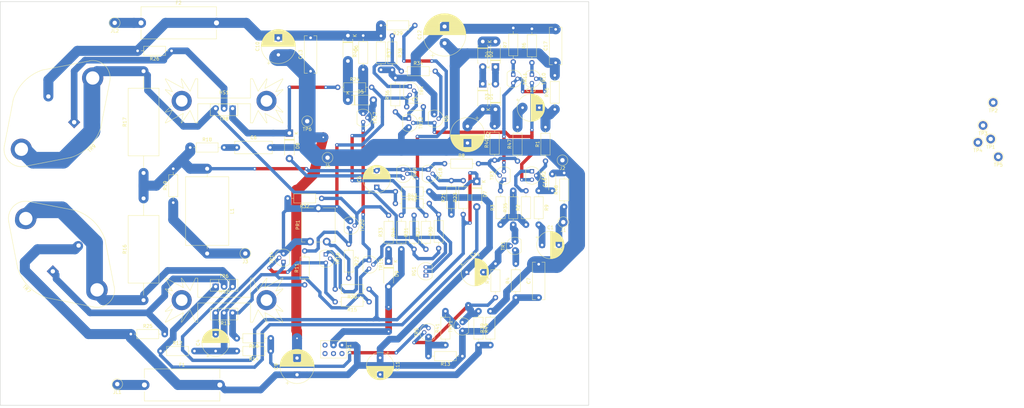
<source format=kicad_pcb>
(kicad_pcb (version 20171130) (host pcbnew 5.0.1+dfsg1-3)
  (layers (0 F.Cu signal) (31 B.Cu signal) (34 B.Paste user) (35 F.Paste user) (36 B.SilkS user) (37 F.SilkS user) (38 B.Mask user) (39 F.Mask user) (44 Edge.Cuts user))
  (net 0 "")
  (net 1 NFB)
  (net 2 "Net-(R17-Pad2)")
  (net 3 "Net-(D7-Pad1)")
  (net 4 "Net-(R20-Pad2)")
  (net 5 "Net-(R30-Pad2)")
  (net 6 "Net-(R30-Pad1)")
  (net 7 "Net-(D9-Pad1)")
  (net 8 "Net-(R32-Pad1)")
  (net 9 "Net-(C3-Pad1)")
  (net 10 VCC)
  (net 11 "Net-(R27-Pad2)")
  (net 12 "Net-(R26-Pad1)")
  (net 13 VAA)
  (net 14 "Net-(R25-Pad2)")
  (net 15 "Net-(D8-Pad1)")
  (net 16 "Net-(R21-Pad2)")
  (net 17 "Net-(R13-Pad2)")
  (net 18 "Net-(R41-Pad2)")
  (net 19 "Net-(J3-Pad1)")
  (net 20 "Net-(C6-Pad1)")
  (net 21 "Net-(C11-Pad2)")
  (net 22 "Net-(R49-Pad1)")
  (net 23 "Net-(C1-Pad2)")
  (net 24 GND)
  (net 25 "Net-(C15-Pad1)")
  (net 26 "Net-(R40-Pad1)")
  (net 27 "Net-(C15-Pad2)")
  (net 28 "Net-(R45-Pad1)")
  (net 29 "Net-(D9-Pad2)")
  (net 30 "Net-(D5-Pad2)")
  (net 31 "Net-(C5-Pad1)")
  (net 32 "Net-(R3-Pad2)")
  (net 33 "Net-(R2-Pad1)")
  (net 34 "Net-(C2-Pad1)")
  (net 35 "Net-(R34-Pad1)")
  (net 36 "Net-(C12-Pad2)")
  (net 37 "Net-(R36-Pad1)")
  (net 38 "Net-(R35-Pad1)")
  (net 39 "Net-(C4-Pad1)")
  (net 40 "Net-(R15-Pad2)")
  (net 41 "Net-(Q6-Pad2)")
  (net 42 "Net-(C16-Pad1)")
  (net 43 "Net-(R2-Pad2)")
  (net 44 "Net-(R4-Pad2)")
  (net 45 "Net-(C14-Pad2)")
  (net 46 "Net-(R6-Pad1)")
  (net 47 "Net-(R7-Pad1)")
  (net 48 "Net-(C1-Pad1)")
  (net 49 "Net-(R10-Pad1)")
  (net 50 "Net-(R10-Pad2)")
  (net 51 "Net-(PR1-Pad1)")
  (net 52 "Net-(D7-Pad2)")
  (net 53 "Net-(C3-Pad2)")
  (net 54 "Net-(TR10-Pad2)")
  (net 55 "Net-(TR15-Pad1)")
  (net 56 "Net-(D8-Pad2)")
  (net 57 -24V)
  (net 58 +24V)
  (net 59 "Net-(D5-Pad1)")
  (net 60 "Net-(D1-Pad1)")
  (net 61 "Net-(D3-Pad2)")
  (net 62 "Net-(JL1-Pad1)")
  (net 63 "Net-(JL2-Pad1)")
  (net 64 "Net-(TP1-Pad1)")
  (net 65 "Net-(TP2-Pad1)")
  (net 66 "Net-(TP3-Pad1)")
  (net 67 "Net-(TP4-Pad1)")
  (net 68 "Net-(TP5-Pad1)")
  (net 69 "Net-(TP6-Pad1)")
  (net 70 "Net-(R11-Pad2)")
  (module Heatsink:Heatsink_Fischer_SK104-STCB_35x13mm__2xDrill3.5mm_ScrewM3 (layer F.Cu) (at 88.9 116.84)
    (fp_text reference HS2 (at -0.025 -2.5) (layer F.SilkS))
    (fp_text value Heatsink)
    (pad 1 thru_hole circle (at 12.7 0) (size 6 6) (drill 3.5) (layers *.Cu *.Mask))
    (pad 1 thru_hole circle (at -12.7 0 180) (size 6 6) (drill 3.5) (layers *.Cu *.Mask))
  )
  (module Package_TO_SOT_THT:TO-3 (layer F.Cu) (at 43.979212 63.550252 225)
    (fp_text reference TR9 (at 1.8 -9.25 225) (layer F.SilkS))
    (fp_text value 2N3055)
    (pad 1 thru_hole rect (at 0 0 225) (size 2.6 2.6) (drill 1.3) (layers *.Cu *.Mask) (net 12 "Net-(R26-Pad1)"))
    (pad 2 thru_hole circle (at 0 10.92 225) (size 2.6 2.6) (drill 1.3) (layers *.Cu *.Mask) (net 10 VCC))
    (pad 3 thru_hole circle (at -13.3 5.45 225) (size 6.35 6.35) (drill 4) (layers *.Cu *.Mask) (net 2 "Net-(R17-Pad2)"))
    (pad 3 thru_hole circle (at 16.900001 5.45 225) (size 6.35 6.35) (drill 4) (layers *.Cu *.Mask) (net 2 "Net-(R17-Pad2)"))
  )
  (module Resistor_THT:R_Axial_DIN0922_L20.0mm_D9.0mm_P30.48mm_Horizontal (layer F.Cu) (at 64.77 116.84 90)
    (fp_text reference R16 (at 15.24 -5.62 90) (layer F.SilkS))
    (fp_text value 0R1)
    (pad 2 thru_hole oval (at 30.48 0 90) (size 2.4 2.4) (drill 1.2) (layers *.Cu *.Mask) (net 1 NFB))
    (pad 1 thru_hole circle (at 0 0 90) (size 2.4 2.4) (drill 1.2) (layers *.Cu *.Mask) (net 3 "Net-(D7-Pad1)"))
  )
  (module Package_TO_SOT_THT:TO-3 (layer F.Cu) (at 37.592 108.204 135)
    (fp_text reference TR7 (at 1.8 -9.25 135) (layer F.SilkS))
    (fp_text value 2N3055)
    (pad 3 thru_hole circle (at 16.900001 5.45 135) (size 6.35 6.35) (drill 4) (layers *.Cu *.Mask) (net 3 "Net-(D7-Pad1)"))
    (pad 3 thru_hole circle (at -13.3 5.45 135) (size 6.35 6.35) (drill 4) (layers *.Cu *.Mask) (net 3 "Net-(D7-Pad1)"))
    (pad 2 thru_hole circle (at 0 10.92 135) (size 2.6 2.6) (drill 1.3) (layers *.Cu *.Mask) (net 13 VAA))
    (pad 1 thru_hole rect (at 0 0 135) (size 2.6 2.6) (drill 1.3) (layers *.Cu *.Mask) (net 14 "Net-(R25-Pad2)"))
  )
  (module Capacitor_THT:CP_Radial_D10.0mm_P5.00mm (layer F.Cu) (at 161.798 64.77 270)
    (fp_text reference C2 (at 2.5 -6.25 270) (layer F.SilkS))
    (fp_text value 1000UF)
    (pad 1 thru_hole rect (at 0 0 270) (size 2 2) (drill 1) (layers *.Cu *.Mask) (net 34 "Net-(C2-Pad1)"))
    (pad 2 thru_hole circle (at 5 0 270) (size 2 2) (drill 1) (layers *.Cu *.Mask) (net 24 GND))
  )
  (module Capacitor_THT:CP_Radial_D10.0mm_P5.00mm (layer F.Cu) (at 110.744 139.192 90)
    (fp_text reference C9 (at 2.5 -6.25 90) (layer F.SilkS))
    (fp_text value 220UF)
    (pad 2 thru_hole circle (at 5 0 90) (size 2 2) (drill 1) (layers *.Cu *.Mask) (net 24 GND))
    (pad 1 thru_hole rect (at 0 0 90) (size 2 2) (drill 1) (layers *.Cu *.Mask) (net 13 VAA))
  )
  (module Capacitor_THT:CP_Radial_D10.0mm_P5.00mm (layer F.Cu) (at 105.156 43.354 90)
    (fp_text reference C10 (at 2.5 -6.25 90) (layer F.SilkS))
    (fp_text value 220UF)
    (pad 1 thru_hole rect (at 0 0 90) (size 2 2) (drill 1) (layers *.Cu *.Mask) (net 24 GND))
    (pad 2 thru_hole circle (at 5 0 90) (size 2 2) (drill 1) (layers *.Cu *.Mask) (net 10 VCC))
  )
  (module Capacitor_THT:CP_Radial_D12.5mm_P5.00mm (layer F.Cu) (at 154.94 39.878 90)
    (fp_text reference C12 (at 2.5 -7.5 90) (layer F.SilkS))
    (fp_text value 1000/40)
    (pad 1 thru_hole rect (at 0 0 90) (size 2.4 2.4) (drill 1.2) (layers *.Cu *.Mask) (net 24 GND))
    (pad 2 thru_hole circle (at 5 0 90) (size 2.4 2.4) (drill 1.2) (layers *.Cu *.Mask) (net 36 "Net-(C12-Pad2)"))
  )
  (module Capacitor_THT:CP_Radial_D8.0mm_P5.00mm (layer F.Cu) (at 184.15 100.33)
    (fp_text reference C1 (at 2.5 -5.25) (layer F.SilkS))
    (fp_text value 47/25)
    (pad 2 thru_hole circle (at 5 0) (size 1.6 1.6) (drill 0.8) (layers *.Cu *.Mask) (net 23 "Net-(C1-Pad2)"))
    (pad 1 thru_hole rect (at 0 0) (size 1.6 1.6) (drill 0.8) (layers *.Cu *.Mask) (net 48 "Net-(C1-Pad1)"))
  )
  (module Capacitor_THT:CP_Radial_D8.0mm_P5.00mm (layer F.Cu) (at 86.36 132.08 90)
    (fp_text reference C4 (at 2.5 -5.25 90) (layer F.SilkS))
    (fp_text value 47/25)
    (pad 1 thru_hole rect (at 0 0 90) (size 1.6 1.6) (drill 0.8) (layers *.Cu *.Mask) (net 39 "Net-(C4-Pad1)"))
    (pad 2 thru_hole circle (at 5 0 90) (size 1.6 1.6) (drill 0.8) (layers *.Cu *.Mask) (net 9 "Net-(C3-Pad1)"))
  )
  (module Capacitor_THT:CP_Radial_D8.0mm_P5.00mm (layer F.Cu) (at 134.62 83.058 90)
    (fp_text reference C5 (at 2.5 -5.25 90) (layer F.SilkS))
    (fp_text value 47/25)
    (pad 2 thru_hole circle (at 5 0 90) (size 1.6 1.6) (drill 0.8) (layers *.Cu *.Mask) (net 1 NFB))
    (pad 1 thru_hole rect (at 0 0 90) (size 1.6 1.6) (drill 0.8) (layers *.Cu *.Mask) (net 31 "Net-(C5-Pad1)"))
  )
  (module Capacitor_THT:CP_Radial_D8.0mm_P5.00mm (layer F.Cu) (at 178.308 59.182)
    (fp_text reference C15 (at 2.5 -5.25) (layer F.SilkS))
    (fp_text value 47/25)
    (pad 1 thru_hole rect (at 0 0) (size 1.6 1.6) (drill 0.8) (layers *.Cu *.Mask) (net 25 "Net-(C15-Pad1)"))
    (pad 2 thru_hole circle (at 5 0) (size 1.6 1.6) (drill 0.8) (layers *.Cu *.Mask) (net 27 "Net-(C15-Pad2)"))
  )
  (module Capacitor_THT:CP_Radial_D8.0mm_P5.00mm (layer F.Cu) (at 161.544 108.458)
    (fp_text reference C14 (at 2.5 -5.25) (layer F.SilkS))
    (fp_text value 47/25)
    (pad 2 thru_hole circle (at 5 0) (size 1.6 1.6) (drill 0.8) (layers *.Cu *.Mask) (net 45 "Net-(C14-Pad2)"))
    (pad 1 thru_hole rect (at 0 0) (size 1.6 1.6) (drill 0.8) (layers *.Cu *.Mask) (net 13 VAA))
  )
  (module Capacitor_THT:CP_Radial_D8.0mm_P5.00mm (layer F.Cu) (at 135.636 134.112 270)
    (fp_text reference C11 (at 2.5 -5.25 270) (layer F.SilkS))
    (fp_text value 47/25)
    (pad 1 thru_hole rect (at 0 0 270) (size 1.6 1.6) (drill 0.8) (layers *.Cu *.Mask) (net 13 VAA))
    (pad 2 thru_hole circle (at 5 0 270) (size 1.6 1.6) (drill 0.8) (layers *.Cu *.Mask) (net 21 "Net-(C11-Pad2)"))
  )
  (module Capacitor_THT:C_Disc_D4.3mm_W1.9mm_P5.00mm (layer F.Cu) (at 143.59 58.928)
    (fp_text reference C3 (at 2.5 -2.2) (layer F.SilkS))
    (fp_text value 100PF)
    (pad 2 thru_hole circle (at 5 0) (size 1.6 1.6) (drill 0.8) (layers *.Cu *.Mask) (net 53 "Net-(C3-Pad2)"))
    (pad 1 thru_hole circle (at 0 0) (size 1.6 1.6) (drill 0.8) (layers *.Cu *.Mask) (net 9 "Net-(C3-Pad1)"))
  )
  (module Capacitor_THT:C_Disc_D4.3mm_W1.9mm_P5.00mm (layer F.Cu) (at 187.198 84.074 90)
    (fp_text reference C16 (at 2.5 -2.2 90) (layer F.SilkS))
    (fp_text value 100PF)
    (pad 1 thru_hole circle (at 0 0 90) (size 1.6 1.6) (drill 0.8) (layers *.Cu *.Mask) (net 42 "Net-(C16-Pad1)"))
    (pad 2 thru_hole circle (at 5 0 90) (size 1.6 1.6) (drill 0.8) (layers *.Cu *.Mask) (net 24 GND))
  )
  (module Capacitor_THT:C_Rect_L11.0mm_W3.5mm_P10.00mm_MKT (layer F.Cu) (at 114.808 48.26 90)
    (fp_text reference C13 (at 5 -3 90) (layer F.SilkS))
    (fp_text value 100NF)
    (pad 2 thru_hole circle (at 10 0 90) (size 1.6 1.6) (drill 0.8) (layers *.Cu *.Mask) (net 10 VCC))
    (pad 1 thru_hole circle (at 0 0 90) (size 1.6 1.6) (drill 0.8) (layers *.Cu *.Mask) (net 24 GND))
  )
  (module Capacitor_THT:C_Rect_L11.0mm_W3.5mm_P10.00mm_MKT (layer F.Cu) (at 183.134 116.078 90)
    (fp_text reference C7 (at 5 -3 90) (layer F.SilkS))
    (fp_text value 100NF)
    (pad 1 thru_hole circle (at 0 0 90) (size 1.6 1.6) (drill 0.8) (layers *.Cu *.Mask) (net 13 VAA))
    (pad 2 thru_hole circle (at 10 0 90) (size 1.6 1.6) (drill 0.8) (layers *.Cu *.Mask) (net 24 GND))
  )
  (module Capacitor_THT:C_Rect_L11.0mm_W3.5mm_P10.00mm_MKT (layer F.Cu) (at 92.71 71.12)
    (fp_text reference C6 (at 5 -3) (layer F.SilkS))
    (fp_text value 100NF)
    (pad 2 thru_hole circle (at 10 0) (size 1.6 1.6) (drill 0.8) (layers *.Cu *.Mask) (net 24 GND))
    (pad 1 thru_hole circle (at 0 0) (size 1.6 1.6) (drill 0.8) (layers *.Cu *.Mask) (net 20 "Net-(C6-Pad1)"))
  )
  (module Capacitor_THT:C_Rect_L11.0mm_W3.5mm_P10.00mm_MKT (layer F.Cu) (at 188.214 45.72 90)
    (fp_text reference C17 (at 5 -3 90) (layer F.SilkS))
    (fp_text value 100NF)
    (pad 1 thru_hole circle (at 0 0 90) (size 1.6 1.6) (drill 0.8) (layers *.Cu *.Mask) (net 24 GND))
    (pad 2 thru_hole circle (at 10 0 90) (size 1.6 1.6) (drill 0.8) (layers *.Cu *.Mask) (net 36 "Net-(C12-Pad2)"))
  )
  (module Connector_Pin:Pin_D1.3mm_L11.0mm (layer F.Cu) (at 119.888 74.168)
    (fp_text reference J4 (at 0 2.4) (layer F.SilkS))
    (fp_text value Conn_01x01_Male)
    (pad 1 thru_hole circle (at 0 0) (size 2.6 2.6) (drill 1.3) (layers *.Cu *.Mask) (net 24 GND))
  )
  (module Connector_Pin:Pin_D1.3mm_L11.0mm (layer F.Cu) (at 95.25 102.87)
    (fp_text reference J3 (at 0 2.4) (layer F.SilkS))
    (fp_text value Conn_01x01_Male)
    (pad 1 thru_hole circle (at 0 0) (size 2.6 2.6) (drill 1.3) (layers *.Cu *.Mask) (net 19 "Net-(J3-Pad1)"))
  )
  (module Connector_Pin:Pin_D1.3mm_L11.0mm (layer F.Cu) (at 190.246 74.93)
    (fp_text reference J2 (at 0 2.4) (layer F.SilkS))
    (fp_text value Conn_01x01_Male)
    (pad 1 thru_hole circle (at 0 0) (size 2.6 2.6) (drill 1.3) (layers *.Cu *.Mask) (net 24 GND))
  )
  (module Connector_Pin:Pin_D1.3mm_L11.0mm (layer F.Cu) (at 190.5 93.472)
    (fp_text reference J1 (at 0 2.4) (layer F.SilkS))
    (fp_text value Conn_01x01_Male)
    (pad 1 thru_hole circle (at 0 0) (size 2.6 2.6) (drill 1.3) (layers *.Cu *.Mask) (net 23 "Net-(C1-Pad2)"))
  )
  (module Diode_THT:D_DO-41_SOD81_P7.62mm_Horizontal (layer F.Cu) (at 125.984 56.896)
    (fp_text reference D5 (at 3.81 -2.47) (layer F.SilkS))
    (fp_text value 1N4148)
    (fp_text user K (at 0 -2.1) (layer F.SilkS))
    (pad 1 thru_hole rect (at 0 0) (size 2.2 2.2) (drill 1.1) (layers *.Cu *.Mask) (net 59 "Net-(D5-Pad1)"))
    (pad 2 thru_hole oval (at 7.62 0) (size 2.2 2.2) (drill 1.1) (layers *.Cu *.Mask) (net 30 "Net-(D5-Pad2)"))
  )
  (module Diode_THT:D_DO-41_SOD81_P7.62mm_Horizontal (layer F.Cu) (at 166.37 52.07 270)
    (fp_text reference D1 (at 3.81 -2.47 270) (layer F.SilkS))
    (fp_text value 1N4148)
    (fp_text user K (at 0 -2.1 270) (layer F.SilkS))
    (pad 1 thru_hole rect (at 0 0 270) (size 2.2 2.2) (drill 1.1) (layers *.Cu *.Mask) (net 60 "Net-(D1-Pad1)"))
    (pad 2 thru_hole oval (at 7.62 0 270) (size 2.2 2.2) (drill 1.1) (layers *.Cu *.Mask) (net 34 "Net-(C2-Pad1)"))
  )
  (module Diode_THT:D_DO-41_SOD81_P7.62mm_Horizontal (layer F.Cu) (at 166.37 39.37 270)
    (fp_text reference D2 (at 3.81 -2.47 270) (layer F.SilkS))
    (fp_text value 1N4148)
    (fp_text user K (at 0 -2.1 270) (layer F.SilkS))
    (pad 2 thru_hole oval (at 7.62 0 270) (size 2.2 2.2) (drill 1.1) (layers *.Cu *.Mask) (net 60 "Net-(D1-Pad1)"))
    (pad 1 thru_hole rect (at 0 0 270) (size 2.2 2.2) (drill 1.1) (layers *.Cu *.Mask) (net 24 GND))
  )
  (module Diode_THT:D_DO-41_SOD81_P7.62mm_Horizontal (layer F.Cu) (at 170.18 46.99 90)
    (fp_text reference D4 (at 3.81 -2.47 90) (layer F.SilkS))
    (fp_text value 1N4148)
    (fp_text user K (at 0 -2.1 90) (layer F.SilkS))
    (pad 1 thru_hole rect (at 0 0 90) (size 2.2 2.2) (drill 1.1) (layers *.Cu *.Mask) (net 61 "Net-(D3-Pad2)"))
    (pad 2 thru_hole oval (at 7.62 0 90) (size 2.2 2.2) (drill 1.1) (layers *.Cu *.Mask) (net 24 GND))
  )
  (module Diode_THT:D_DO-41_SOD81_P7.62mm_Horizontal (layer F.Cu) (at 125.984 37.592 270)
    (fp_text reference D6 (at 3.81 -2.47 270) (layer F.SilkS))
    (fp_text value 1N4148)
    (fp_text user K (at 0 -2.1 270) (layer F.SilkS))
    (pad 2 thru_hole oval (at 7.62 0 270) (size 2.2 2.2) (drill 1.1) (layers *.Cu *.Mask) (net 59 "Net-(D5-Pad1)"))
    (pad 1 thru_hole rect (at 0 0 270) (size 2.2 2.2) (drill 1.1) (layers *.Cu *.Mask) (net 10 VCC))
  )
  (module Diode_THT:D_DO-41_SOD81_P7.62mm_Horizontal (layer F.Cu) (at 164.592 81.28 270)
    (fp_text reference D7 (at 3.81 -2.47 270) (layer F.SilkS))
    (fp_text value 1N4148)
    (fp_text user K (at 0 -2.1 270) (layer F.SilkS))
    (pad 1 thru_hole rect (at 0 0 270) (size 2.2 2.2) (drill 1.1) (layers *.Cu *.Mask) (net 3 "Net-(D7-Pad1)"))
    (pad 2 thru_hole oval (at 7.62 0 270) (size 2.2 2.2) (drill 1.1) (layers *.Cu *.Mask) (net 52 "Net-(D7-Pad2)"))
  )
  (module Diode_THT:D_DO-41_SOD81_P7.62mm_Horizontal (layer F.Cu) (at 108.458 66.802 270)
    (fp_text reference D8 (at 3.81 -2.47 270) (layer F.SilkS))
    (fp_text value 1N4148)
    (fp_text user K (at 0 -2.1 270) (layer F.SilkS))
    (pad 2 thru_hole oval (at 7.62 0 270) (size 2.2 2.2) (drill 1.1) (layers *.Cu *.Mask) (net 56 "Net-(D8-Pad2)"))
    (pad 1 thru_hole rect (at 0 0 270) (size 2.2 2.2) (drill 1.1) (layers *.Cu *.Mask) (net 15 "Net-(D8-Pad1)"))
  )
  (module Diode_THT:D_DO-41_SOD81_P7.62mm_Horizontal (layer F.Cu) (at 138.176 105.156 270)
    (fp_text reference D9 (at 3.81 -2.47 270) (layer F.SilkS))
    (fp_text value 1N4148)
    (fp_text user K (at 0 -2.1 270) (layer F.SilkS))
    (pad 1 thru_hole rect (at 0 0 270) (size 2.2 2.2) (drill 1.1) (layers *.Cu *.Mask) (net 7 "Net-(D9-Pad1)"))
    (pad 2 thru_hole oval (at 7.62 0 270) (size 2.2 2.2) (drill 1.1) (layers *.Cu *.Mask) (net 29 "Net-(D9-Pad2)"))
  )
  (module Fuse:Fuseholder_Cylinder-5x20mm_Stelvio-Kontek_PTF78_Horizontal_Open (layer F.Cu) (at 65.03 142.24)
    (fp_text reference F1 (at 11.25 -6) (layer F.SilkS))
    (fp_text value Fuse)
    (pad 2 thru_hole circle (at 22.6 0) (size 3 3) (drill 1.5) (layers *.Cu *.Mask) (net 13 VAA))
    (pad 1 thru_hole circle (at 0 0) (size 3 3) (drill 1.5) (layers *.Cu *.Mask) (net 58 +24V))
  )
  (module Fuse:Fuseholder_Cylinder-5x20mm_Stelvio-Kontek_PTF78_Horizontal_Open (layer F.Cu) (at 64.014 33.782)
    (fp_text reference F2 (at 11.25 -6) (layer F.SilkS))
    (fp_text value Fuse)
    (pad 1 thru_hole circle (at 0 0) (size 3 3) (drill 1.5) (layers *.Cu *.Mask) (net 57 -24V))
    (pad 2 thru_hole circle (at 22.6 0) (size 3 3) (drill 1.5) (layers *.Cu *.Mask) (net 10 VCC))
  )
  (module Inductor_THT:L_Axial_L20.3mm_D12.7mm_P25.40mm_Horizontal_Vishay_IHA-201 (layer F.Cu) (at 83.82 77.47 270)
    (fp_text reference L1 (at 12.7 -7.47 270) (layer F.SilkS))
    (fp_text value "10 TURNS")
    (pad 1 thru_hole circle (at 0 0 270) (size 2.4 2.4) (drill 1.2) (layers *.Cu *.Mask) (net 1 NFB))
    (pad 2 thru_hole oval (at 25.4 0 270) (size 2.4 2.4) (drill 1.2) (layers *.Cu *.Mask) (net 19 "Net-(J3-Pad1)"))
  )
  (module Package_TO_SOT_THT:TO-126-3_Vertical (layer F.Cu) (at 86.36 112.776)
    (fp_text reference TR6 (at 2.54 -3.12) (layer F.SilkS))
    (fp_text value MJE13003)
    (pad 3 thru_hole oval (at 5.08 0) (size 1.8 1.8) (drill 1) (layers *.Cu *.Mask) (net 3 "Net-(D7-Pad1)"))
    (pad 2 thru_hole oval (at 2.54 0) (size 1.8 1.8) (drill 1) (layers *.Cu *.Mask) (net 14 "Net-(R25-Pad2)"))
    (pad 1 thru_hole rect (at 0 0) (size 1.8 1.8) (drill 1) (layers *.Cu *.Mask) (net 52 "Net-(D7-Pad2)"))
  )
  (module Package_TO_SOT_THT:TO-126-3_Vertical (layer F.Cu) (at 91.44 120.65 180)
    (fp_text reference TR13 (at 2.54 -3.12 180) (layer F.SilkS))
    (fp_text value MJE13003)
    (pad 1 thru_hole rect (at 0 0 180) (size 1.8 1.8) (drill 1) (layers *.Cu *.Mask) (net 50 "Net-(R10-Pad2)"))
    (pad 2 thru_hole oval (at 2.54 0 180) (size 1.8 1.8) (drill 1) (layers *.Cu *.Mask) (net 39 "Net-(C4-Pad1)"))
    (pad 3 thru_hole oval (at 5.08 0 180) (size 1.8 1.8) (drill 1) (layers *.Cu *.Mask) (net 9 "Net-(C3-Pad1)"))
  )
  (module Package_TO_SOT_THT:TO-92 (layer F.Cu) (at 144.272 62.484 270)
    (fp_text reference TR12 (at 1.27 -3.56 270) (layer F.SilkS))
    (fp_text value Q_NPN_EBC)
    (pad 2 thru_hole circle (at 1.27 -1.27) (size 1.3 1.3) (drill 0.75) (layers *.Cu *.Mask) (net 53 "Net-(C3-Pad2)"))
    (pad 3 thru_hole circle (at 2.54 0) (size 1.3 1.3) (drill 0.75) (layers *.Cu *.Mask) (net 24 GND))
    (pad 1 thru_hole rect (at 0 0) (size 1.3 1.3) (drill 0.75) (layers *.Cu *.Mask) (net 37 "Net-(R36-Pad1)"))
  )
  (module Package_TO_SOT_THT:TO-92 (layer F.Cu) (at 126.746 93.218 270)
    (fp_text reference TR20 (at 1.27 -3.56 270) (layer F.SilkS))
    (fp_text value Q_NPN_EBC)
    (pad 1 thru_hole rect (at 0 0) (size 1.3 1.3) (drill 0.75) (layers *.Cu *.Mask) (net 9 "Net-(C3-Pad1)"))
    (pad 3 thru_hole circle (at 2.54 0) (size 1.3 1.3) (drill 0.75) (layers *.Cu *.Mask) (net 70 "Net-(R11-Pad2)"))
    (pad 2 thru_hole circle (at 1.27 -1.27) (size 1.3 1.3) (drill 0.75) (layers *.Cu *.Mask) (net 8 "Net-(R32-Pad1)"))
  )
  (module Package_TO_SOT_THT:TO-92 (layer F.Cu) (at 160.274 125.984 90)
    (fp_text reference TR21 (at 1.27 -3.56 90) (layer F.SilkS))
    (fp_text value Q_PNP_EBC)
    (pad 2 thru_hole circle (at 1.27 -1.27 180) (size 1.3 1.3) (drill 0.75) (layers *.Cu *.Mask) (net 18 "Net-(R41-Pad2)"))
    (pad 3 thru_hole circle (at 2.54 0 180) (size 1.3 1.3) (drill 0.75) (layers *.Cu *.Mask) (net 22 "Net-(R49-Pad1)"))
    (pad 1 thru_hole rect (at 0 0 180) (size 1.3 1.3) (drill 0.75) (layers *.Cu *.Mask) (net 13 VAA))
  )
  (module Package_TO_SOT_THT:TO-92 (layer F.Cu) (at 142.494 77.724 270)
    (fp_text reference TR19 (at 1.27 -3.56 270) (layer F.SilkS))
    (fp_text value Q_PNP_EBC)
    (pad 1 thru_hole rect (at 0 0) (size 1.3 1.3) (drill 0.75) (layers *.Cu *.Mask) (net 1 NFB))
    (pad 3 thru_hole circle (at 2.54 0) (size 1.3 1.3) (drill 0.75) (layers *.Cu *.Mask) (net 56 "Net-(D8-Pad2)"))
    (pad 2 thru_hole circle (at 1.27 -1.27) (size 1.3 1.3) (drill 0.75) (layers *.Cu *.Mask) (net 11 "Net-(R27-Pad2)"))
  )
  (module Package_TO_SOT_THT:TO-92 (layer F.Cu) (at 130.556 60.96 270)
    (fp_text reference TR17 (at 1.27 -3.56 270) (layer F.SilkS))
    (fp_text value Q_NPN_EBC)
    (pad 2 thru_hole circle (at 1.27 -1.27) (size 1.3 1.3) (drill 0.75) (layers *.Cu *.Mask) (net 30 "Net-(D5-Pad2)"))
    (pad 3 thru_hole circle (at 2.54 0) (size 1.3 1.3) (drill 0.75) (layers *.Cu *.Mask) (net 55 "Net-(TR15-Pad1)"))
    (pad 1 thru_hole rect (at 0 0) (size 1.3 1.3) (drill 0.75) (layers *.Cu *.Mask) (net 28 "Net-(R45-Pad1)"))
  )
  (module Package_TO_SOT_THT:TO-92 (layer F.Cu) (at 119.38 103.124 270)
    (fp_text reference TR16 (at 1.27 -3.56 270) (layer F.SilkS))
    (fp_text value Q_NPN_EBC)
    (pad 1 thru_hole rect (at 0 0) (size 1.3 1.3) (drill 0.75) (layers *.Cu *.Mask) (net 55 "Net-(TR15-Pad1)"))
    (pad 3 thru_hole circle (at 2.54 0) (size 1.3 1.3) (drill 0.75) (layers *.Cu *.Mask) (net 40 "Net-(R15-Pad2)"))
    (pad 2 thru_hole circle (at 1.27 -1.27) (size 1.3 1.3) (drill 0.75) (layers *.Cu *.Mask) (net 4 "Net-(R20-Pad2)"))
  )
  (module Package_TO_SOT_THT:TO-92 (layer F.Cu) (at 132.334 104.902 270)
    (fp_text reference TR15 (at 1.27 -3.56 270) (layer F.SilkS))
    (fp_text value Q_NPN_EBC)
    (pad 2 thru_hole circle (at 1.27 -1.27) (size 1.3 1.3) (drill 0.75) (layers *.Cu *.Mask) (net 6 "Net-(R30-Pad1)"))
    (pad 3 thru_hole circle (at 2.54 0) (size 1.3 1.3) (drill 0.75) (layers *.Cu *.Mask) (net 39 "Net-(C4-Pad1)"))
    (pad 1 thru_hole rect (at 0 0) (size 1.3 1.3) (drill 0.75) (layers *.Cu *.Mask) (net 55 "Net-(TR15-Pad1)"))
  )
  (module Package_TO_SOT_THT:TO-92 (layer F.Cu) (at 106.68 105.41 90)
    (fp_text reference TR14 (at 1.27 -3.56 90) (layer F.SilkS))
    (fp_text value Q_PNP_EBC)
    (pad 1 thru_hole rect (at 0 0 180) (size 1.3 1.3) (drill 0.75) (layers *.Cu *.Mask) (net 39 "Net-(C4-Pad1)"))
    (pad 3 thru_hole circle (at 2.54 0 180) (size 1.3 1.3) (drill 0.75) (layers *.Cu *.Mask) (net 9 "Net-(C3-Pad1)"))
    (pad 2 thru_hole circle (at 1.27 -1.27 180) (size 1.3 1.3) (drill 0.75) (layers *.Cu *.Mask) (net 40 "Net-(R15-Pad2)"))
  )
  (module Package_TO_SOT_THT:TO-92 (layer F.Cu) (at 175.514 49.276 270)
    (fp_text reference TR11 (at 1.27 -3.56 270) (layer F.SilkS))
    (fp_text value Q_NPN_EBC)
    (pad 2 thru_hole circle (at 1.27 -1.27) (size 1.3 1.3) (drill 0.75) (layers *.Cu *.Mask) (net 54 "Net-(TR10-Pad2)"))
    (pad 3 thru_hole circle (at 2.54 0) (size 1.3 1.3) (drill 0.75) (layers *.Cu *.Mask) (net 54 "Net-(TR10-Pad2)"))
    (pad 1 thru_hole rect (at 0 0) (size 1.3 1.3) (drill 0.75) (layers *.Cu *.Mask) (net 47 "Net-(R7-Pad1)"))
  )
  (module Package_TO_SOT_THT:TO-92 (layer F.Cu) (at 181.102 49.276 270)
    (fp_text reference TR10 (at 1.27 -3.56 270) (layer F.SilkS))
    (fp_text value Q_NPN_EBC)
    (pad 1 thru_hole rect (at 0 0) (size 1.3 1.3) (drill 0.75) (layers *.Cu *.Mask) (net 46 "Net-(R6-Pad1)"))
    (pad 3 thru_hole circle (at 2.54 0) (size 1.3 1.3) (drill 0.75) (layers *.Cu *.Mask) (net 53 "Net-(C3-Pad2)"))
    (pad 2 thru_hole circle (at 1.27 -1.27) (size 1.3 1.3) (drill 0.75) (layers *.Cu *.Mask) (net 54 "Net-(TR10-Pad2)"))
  )
  (module Package_TO_SOT_THT:TO-92 (layer F.Cu) (at 150.114 127.762 90)
    (fp_text reference TR5 (at 1.27 -3.56 90) (layer F.SilkS))
    (fp_text value Q_PNP_EBC)
    (pad 2 thru_hole circle (at 1.27 -1.27 180) (size 1.3 1.3) (drill 0.75) (layers *.Cu *.Mask) (net 22 "Net-(R49-Pad1)"))
    (pad 3 thru_hole circle (at 2.54 0 180) (size 1.3 1.3) (drill 0.75) (layers *.Cu *.Mask) (net 49 "Net-(R10-Pad1)"))
    (pad 1 thru_hole rect (at 0 0 180) (size 1.3 1.3) (drill 0.75) (layers *.Cu *.Mask) (net 17 "Net-(R13-Pad2)"))
  )
  (module Package_TO_SOT_THT:TO-92 (layer F.Cu) (at 144.526 52.832 270)
    (fp_text reference TR4 (at 1.27 -3.56 270) (layer F.SilkS))
    (fp_text value Q_NPN_EBC)
    (pad 1 thru_hole rect (at 0 0) (size 1.3 1.3) (drill 0.75) (layers *.Cu *.Mask) (net 35 "Net-(R34-Pad1)"))
    (pad 3 thru_hole circle (at 2.54 0) (size 1.3 1.3) (drill 0.75) (layers *.Cu *.Mask) (net 9 "Net-(C3-Pad1)"))
    (pad 2 thru_hole circle (at 1.27 -1.27) (size 1.3 1.3) (drill 0.75) (layers *.Cu *.Mask) (net 37 "Net-(R36-Pad1)"))
  )
  (module Package_TO_SOT_THT:TO-92 (layer F.Cu) (at 172.72 80.772 90)
    (fp_text reference TR3 (at 1.27 -3.56 90) (layer F.SilkS))
    (fp_text value Q_PNP_EBC)
    (pad 2 thru_hole circle (at 1.27 -1.27 180) (size 1.3 1.3) (drill 0.75) (layers *.Cu *.Mask) (net 26 "Net-(R40-Pad1)"))
    (pad 3 thru_hole circle (at 2.54 0 180) (size 1.3 1.3) (drill 0.75) (layers *.Cu *.Mask) (net 54 "Net-(TR10-Pad2)"))
    (pad 1 thru_hole rect (at 0 0 180) (size 1.3 1.3) (drill 0.75) (layers *.Cu *.Mask) (net 32 "Net-(R3-Pad2)"))
  )
  (module Package_TO_SOT_THT:TO-92 (layer F.Cu) (at 150.114 77.724 270)
    (fp_text reference TR18 (at 1.27 -3.56 270) (layer F.SilkS))
    (fp_text value Q_NPN_EBC)
    (pad 1 thru_hole rect (at 0 0) (size 1.3 1.3) (drill 0.75) (layers *.Cu *.Mask) (net 1 NFB))
    (pad 3 thru_hole circle (at 2.54 0) (size 1.3 1.3) (drill 0.75) (layers *.Cu *.Mask) (net 3 "Net-(D7-Pad1)"))
    (pad 2 thru_hole circle (at 1.27 -1.27) (size 1.3 1.3) (drill 0.75) (layers *.Cu *.Mask) (net 16 "Net-(R21-Pad2)"))
  )
  (module Package_TO_SOT_THT:TO-92 (layer F.Cu) (at 181.102 78.232 270)
    (fp_text reference TR2 (at 1.27 -3.56 270) (layer F.SilkS))
    (fp_text value Q_PNP_EBC)
    (pad 2 thru_hole circle (at 1.27 -1.27) (size 1.3 1.3) (drill 0.75) (layers *.Cu *.Mask) (net 42 "Net-(C16-Pad1)"))
    (pad 3 thru_hole circle (at 2.54 0) (size 1.3 1.3) (drill 0.75) (layers *.Cu *.Mask) (net 53 "Net-(C3-Pad2)"))
    (pad 1 thru_hole rect (at 0 0) (size 1.3 1.3) (drill 0.75) (layers *.Cu *.Mask) (net 43 "Net-(R2-Pad2)"))
  )
  (module Package_TO_SOT_THT:TO-92 (layer F.Cu) (at 176.022 101.854 90)
    (fp_text reference TR1 (at 1.27 -3.56 90) (layer F.SilkS))
    (fp_text value Q_PNP_EBC)
    (pad 1 thru_hole rect (at 0 0 180) (size 1.3 1.3) (drill 0.75) (layers *.Cu *.Mask) (net 44 "Net-(R4-Pad2)"))
    (pad 3 thru_hole circle (at 2.54 0 180) (size 1.3 1.3) (drill 0.75) (layers *.Cu *.Mask) (net 38 "Net-(R35-Pad1)"))
    (pad 2 thru_hole circle (at 1.27 -1.27 180) (size 1.3 1.3) (drill 0.75) (layers *.Cu *.Mask) (net 45 "Net-(C14-Pad2)"))
  )
  (module Package_TO_SOT_THT:TO-92 (layer F.Cu) (at 151.892 61.214 270)
    (fp_text reference Q6 (at 1.27 -3.56 270) (layer F.SilkS))
    (fp_text value Q_NPN_EBC)
    (pad 2 thru_hole circle (at 1.27 -1.27) (size 1.3 1.3) (drill 0.75) (layers *.Cu *.Mask) (net 41 "Net-(Q6-Pad2)"))
    (pad 3 thru_hole circle (at 2.54 0) (size 1.3 1.3) (drill 0.75) (layers *.Cu *.Mask) (net 53 "Net-(C3-Pad2)"))
    (pad 1 thru_hole rect (at 0 0) (size 1.3 1.3) (drill 0.75) (layers *.Cu *.Mask) (net 36 "Net-(C12-Pad2)"))
  )
  (module Package_TO_SOT_THT:TO-92_Inline (layer F.Cu) (at 149.352 109.474 90)
    (fp_text reference RG1 (at 1.27 -3.56 90) (layer F.SilkS))
    (fp_text value LM385BZ-1.2)
    (pad 2 thru_hole oval (at 1.27 0 90) (size 1.05 1.5) (drill 0.75) (layers *.Cu *.Mask) (net 5 "Net-(R30-Pad2)"))
    (pad 3 thru_hole oval (at 2.54 0 90) (size 1.05 1.5) (drill 0.75) (layers *.Cu *.Mask) (net 2 "Net-(R17-Pad2)"))
    (pad 1 thru_hole rect (at 0 0 90) (size 1.05 1.5) (drill 0.75) (layers *.Cu *.Mask))
  )
  (module Resistor_THT:R_Axial_DIN0207_L6.3mm_D2.5mm_P10.16mm_Horizontal (layer F.Cu) (at 150.368 84.328 180)
    (fp_text reference R42 (at 5.08 -2.37 180) (layer F.SilkS))
    (fp_text value 10K)
    (pad 1 thru_hole circle (at 0 0 180) (size 1.6 1.6) (drill 0.8) (layers *.Cu *.Mask) (net 13 VAA))
    (pad 2 thru_hole oval (at 10.16 0 180) (size 1.6 1.6) (drill 0.8) (layers *.Cu *.Mask) (net 31 "Net-(C5-Pad1)"))
  )
  (module Resistor_THT:R_Axial_DIN0207_L6.3mm_D2.5mm_P10.16mm_Horizontal (layer F.Cu) (at 69.85 132.08)
    (fp_text reference R12 (at 5.08 -2.37) (layer F.SilkS))
    (fp_text value 100R)
    (pad 2 thru_hole oval (at 10.16 0) (size 1.6 1.6) (drill 0.8) (layers *.Cu *.Mask) (net 39 "Net-(C4-Pad1)"))
    (pad 1 thru_hole circle (at 0 0) (size 1.6 1.6) (drill 0.8) (layers *.Cu *.Mask) (net 52 "Net-(D7-Pad2)"))
  )
  (module Resistor_THT:R_Axial_DIN0207_L6.3mm_D2.5mm_P10.16mm_Horizontal (layer F.Cu) (at 113.03 112.268 90)
    (fp_text reference R11 (at 5.08 -2.37 90) (layer F.SilkS))
    (fp_text value 270R)
    (pad 1 thru_hole circle (at 0 0 90) (size 1.6 1.6) (drill 0.8) (layers *.Cu *.Mask) (net 50 "Net-(R10-Pad2)"))
    (pad 2 thru_hole oval (at 10.16 0 90) (size 1.6 1.6) (drill 0.8) (layers *.Cu *.Mask) (net 70 "Net-(R11-Pad2)"))
  )
  (module Resistor_THT:R_Axial_DIN0207_L6.3mm_D2.5mm_P10.16mm_Horizontal (layer F.Cu) (at 102.87 128.27 180)
    (fp_text reference R10 (at 5.08 -2.37 180) (layer F.SilkS))
    (fp_text value 680R)
    (pad 2 thru_hole oval (at 10.16 0 180) (size 1.6 1.6) (drill 0.8) (layers *.Cu *.Mask) (net 50 "Net-(R10-Pad2)"))
    (pad 1 thru_hole circle (at 0 0 180) (size 1.6 1.6) (drill 0.8) (layers *.Cu *.Mask) (net 49 "Net-(R10-Pad1)"))
  )
  (module Resistor_THT:R_Axial_DIN0207_L6.3mm_D2.5mm_P10.16mm_Horizontal (layer F.Cu) (at 102.87 132.08 180)
    (fp_text reference R14 (at 5.08 -2.37 180) (layer F.SilkS))
    (fp_text value 16R)
    (pad 1 thru_hole circle (at 0 0 180) (size 1.6 1.6) (drill 0.8) (layers *.Cu *.Mask) (net 49 "Net-(R10-Pad1)"))
    (pad 2 thru_hole oval (at 10.16 0 180) (size 1.6 1.6) (drill 0.8) (layers *.Cu *.Mask) (net 39 "Net-(C4-Pad1)"))
  )
  (module Resistor_THT:R_Axial_DIN0207_L6.3mm_D2.5mm_P10.16mm_Horizontal (layer F.Cu) (at 183.134 84.074 270)
    (fp_text reference R9 (at 5.08 -2.37 270) (layer F.SilkS))
    (fp_text value 10R)
    (pad 2 thru_hole oval (at 10.16 0 270) (size 1.6 1.6) (drill 0.8) (layers *.Cu *.Mask) (net 48 "Net-(C1-Pad1)"))
    (pad 1 thru_hole circle (at 0 0 270) (size 1.6 1.6) (drill 0.8) (layers *.Cu *.Mask) (net 42 "Net-(C16-Pad1)"))
  )
  (module Resistor_THT:R_Axial_DIN0207_L6.3mm_D2.5mm_P10.16mm_Horizontal (layer F.Cu) (at 154.94 75.946)
    (fp_text reference R8 (at 5.08 -2.37) (layer F.SilkS))
    (fp_text value 2K2)
    (pad 1 thru_hole circle (at 0 0) (size 1.6 1.6) (drill 0.8) (layers *.Cu *.Mask) (net 1 NFB))
    (pad 2 thru_hole oval (at 10.16 0) (size 1.6 1.6) (drill 0.8) (layers *.Cu *.Mask) (net 26 "Net-(R40-Pad1)"))
  )
  (module Resistor_THT:R_Axial_DIN0207_L6.3mm_D2.5mm_P10.16mm_Horizontal (layer F.Cu) (at 175.514 45.466 90)
    (fp_text reference R7 (at 5.08 -2.37 90) (layer F.SilkS))
    (fp_text value 68R)
    (pad 2 thru_hole oval (at 10.16 0 90) (size 1.6 1.6) (drill 0.8) (layers *.Cu *.Mask) (net 36 "Net-(C12-Pad2)"))
    (pad 1 thru_hole circle (at 0 0 90) (size 1.6 1.6) (drill 0.8) (layers *.Cu *.Mask) (net 47 "Net-(R7-Pad1)"))
  )
  (module Resistor_THT:R_Axial_DIN0207_L6.3mm_D2.5mm_P10.16mm_Horizontal (layer F.Cu) (at 181.102 45.72 90)
    (fp_text reference R6 (at 5.08 -2.37 90) (layer F.SilkS))
    (fp_text value 68R)
    (pad 1 thru_hole circle (at 0 0 90) (size 1.6 1.6) (drill 0.8) (layers *.Cu *.Mask) (net 46 "Net-(R6-Pad1)"))
    (pad 2 thru_hole oval (at 10.16 0 90) (size 1.6 1.6) (drill 0.8) (layers *.Cu *.Mask) (net 36 "Net-(C12-Pad2)"))
  )
  (module Resistor_THT:R_Axial_DIN0207_L6.3mm_D2.5mm_P10.16mm_Horizontal (layer F.Cu) (at 170.18 116.078 90)
    (fp_text reference R5 (at 5.08 -2.37 90) (layer F.SilkS))
    (fp_text value 2K2)
    (pad 2 thru_hole oval (at 10.16 0 90) (size 1.6 1.6) (drill 0.8) (layers *.Cu *.Mask) (net 45 "Net-(C14-Pad2)"))
    (pad 1 thru_hole circle (at 0 0 90) (size 1.6 1.6) (drill 0.8) (layers *.Cu *.Mask) (net 22 "Net-(R49-Pad1)"))
  )
  (module Resistor_THT:R_Axial_DIN0207_L6.3mm_D2.5mm_P10.16mm_Horizontal (layer F.Cu) (at 176.276 116.078 90)
    (fp_text reference R4 (at 5.08 -2.37 90) (layer F.SilkS))
    (fp_text value 100R)
    (pad 1 thru_hole circle (at 0 0 90) (size 1.6 1.6) (drill 0.8) (layers *.Cu *.Mask) (net 13 VAA))
    (pad 2 thru_hole oval (at 10.16 0 90) (size 1.6 1.6) (drill 0.8) (layers *.Cu *.Mask) (net 44 "Net-(R4-Pad2)"))
  )
  (module Resistor_THT:R_Axial_DIN0207_L6.3mm_D2.5mm_P10.16mm_Horizontal (layer F.Cu) (at 179.324 94.234 90)
    (fp_text reference R2 (at 5.08 -2.37 90) (layer F.SilkS))
    (fp_text value 100R)
    (pad 2 thru_hole oval (at 10.16 0 90) (size 1.6 1.6) (drill 0.8) (layers *.Cu *.Mask) (net 43 "Net-(R2-Pad2)"))
    (pad 1 thru_hole circle (at 0 0 90) (size 1.6 1.6) (drill 0.8) (layers *.Cu *.Mask) (net 33 "Net-(R2-Pad1)"))
  )
  (module Resistor_THT:R_Axial_DIN0207_L6.3mm_D2.5mm_P10.16mm_Horizontal (layer F.Cu) (at 185.166 75.184 90)
    (fp_text reference R1 (at 5.08 -2.37 90) (layer F.SilkS))
    (fp_text value 1K1)
    (pad 1 thru_hole circle (at 0 0 90) (size 1.6 1.6) (drill 0.8) (layers *.Cu *.Mask) (net 42 "Net-(C16-Pad1)"))
    (pad 2 thru_hole oval (at 10.16 0 90) (size 1.6 1.6) (drill 0.8) (layers *.Cu *.Mask) (net 27 "Net-(C15-Pad2)"))
  )
  (module Resistor_THT:R_Axial_DIN0207_L6.3mm_D2.5mm_P10.16mm_Horizontal (layer F.Cu) (at 141.986 48.26)
    (fp_text reference R34 (at 5.08 -2.37) (layer F.SilkS))
    (fp_text value 2K2)
    (pad 2 thru_hole oval (at 10.16 0) (size 1.6 1.6) (drill 0.8) (layers *.Cu *.Mask) (net 41 "Net-(Q6-Pad2)"))
    (pad 1 thru_hole circle (at 0 0) (size 1.6 1.6) (drill 0.8) (layers *.Cu *.Mask) (net 35 "Net-(R34-Pad1)"))
  )
  (module Resistor_THT:R_Axial_DIN0207_L6.3mm_D2.5mm_P10.16mm_Horizontal (layer F.Cu) (at 132.334 117.348 180)
    (fp_text reference R15 (at 5.08 -2.37 180) (layer F.SilkS))
    (fp_text value 2K2)
    (pad 1 thru_hole circle (at 0 0 180) (size 1.6 1.6) (drill 0.8) (layers *.Cu *.Mask) (net 39 "Net-(C4-Pad1)"))
    (pad 2 thru_hole oval (at 10.16 0 180) (size 1.6 1.6) (drill 0.8) (layers *.Cu *.Mask) (net 40 "Net-(R15-Pad2)"))
  )
  (module Resistor_THT:R_Axial_DIN0207_L6.3mm_D2.5mm_P10.16mm_Horizontal (layer F.Cu) (at 175.514 94.234 90)
    (fp_text reference R35 (at 5.08 -2.37 90) (layer F.SilkS))
    (fp_text value 1K)
    (pad 2 thru_hole oval (at 10.16 0 90) (size 1.6 1.6) (drill 0.8) (layers *.Cu *.Mask) (net 33 "Net-(R2-Pad1)"))
    (pad 1 thru_hole circle (at 0 0 90) (size 1.6 1.6) (drill 0.8) (layers *.Cu *.Mask) (net 38 "Net-(R35-Pad1)"))
  )
  (module Resistor_THT:R_Axial_DIN0207_L6.3mm_D2.5mm_P10.16mm_Horizontal (layer F.Cu) (at 140.208 60.452 90)
    (fp_text reference R36 (at 5.08 -2.37 90) (layer F.SilkS))
    (fp_text value 2K2)
    (pad 1 thru_hole circle (at 0 0 90) (size 1.6 1.6) (drill 0.8) (layers *.Cu *.Mask) (net 37 "Net-(R36-Pad1)"))
    (pad 2 thru_hole oval (at 10.16 0 90) (size 1.6 1.6) (drill 0.8) (layers *.Cu *.Mask) (net 36 "Net-(C12-Pad2)"))
  )
  (module Resistor_THT:R_Axial_DIN0207_L6.3mm_D2.5mm_P10.16mm_Horizontal (layer F.Cu) (at 135.89 37.688118 270)
    (fp_text reference R37 (at 5.08 -2.37 270) (layer F.SilkS))
    (fp_text value 10R)
    (pad 2 thru_hole oval (at 10.16 0 270) (size 1.6 1.6) (drill 0.8) (layers *.Cu *.Mask) (net 36 "Net-(C12-Pad2)"))
    (pad 1 thru_hole circle (at 0 0 270) (size 1.6 1.6) (drill 0.8) (layers *.Cu *.Mask) (net 10 VCC))
  )
  (module Resistor_THT:R_Axial_DIN0207_L6.3mm_D2.5mm_P10.16mm_Horizontal (layer F.Cu) (at 139.282124 37.688118 270)
    (fp_text reference R38 (at 5.08 -2.37 270) (layer F.SilkS))
    (fp_text value 10R)
    (pad 1 thru_hole circle (at 0 0 270) (size 1.6 1.6) (drill 0.8) (layers *.Cu *.Mask) (net 35 "Net-(R34-Pad1)"))
    (pad 2 thru_hole oval (at 10.16 0 270) (size 1.6 1.6) (drill 0.8) (layers *.Cu *.Mask) (net 36 "Net-(C12-Pad2)"))
  )
  (module Resistor_THT:R_Axial_DIN0207_L6.3mm_D2.5mm_P10.16mm_Horizontal (layer F.Cu) (at 168.656 130.302 90)
    (fp_text reference R39 (at 5.08 -2.37 90) (layer F.SilkS))
    (fp_text value 10K)
    (pad 2 thru_hole oval (at 10.16 0 90) (size 1.6 1.6) (drill 0.8) (layers *.Cu *.Mask) (net 24 GND))
    (pad 1 thru_hole circle (at 0 0 90) (size 1.6 1.6) (drill 0.8) (layers *.Cu *.Mask) (net 21 "Net-(C11-Pad2)"))
  )
  (module Resistor_THT:R_Axial_DIN0207_L6.3mm_D2.5mm_P10.16mm_Horizontal (layer F.Cu) (at 169.926 74.93 90)
    (fp_text reference R40 (at 5.08 -2.37 90) (layer F.SilkS))
    (fp_text value 110R)
    (pad 1 thru_hole circle (at 0 0 90) (size 1.6 1.6) (drill 0.8) (layers *.Cu *.Mask) (net 26 "Net-(R40-Pad1)"))
    (pad 2 thru_hole oval (at 10.16 0 90) (size 1.6 1.6) (drill 0.8) (layers *.Cu *.Mask) (net 34 "Net-(C2-Pad1)"))
  )
  (module Resistor_THT:R_Axial_DIN0207_L6.3mm_D2.5mm_P10.16mm_Horizontal (layer F.Cu) (at 171.704 94.234 90)
    (fp_text reference R3 (at 5.08 -2.37 90) (layer F.SilkS))
    (fp_text value 100R)
    (pad 2 thru_hole oval (at 10.16 0 90) (size 1.6 1.6) (drill 0.8) (layers *.Cu *.Mask) (net 32 "Net-(R3-Pad2)"))
    (pad 1 thru_hole circle (at 0 0 90) (size 1.6 1.6) (drill 0.8) (layers *.Cu *.Mask) (net 33 "Net-(R2-Pad1)"))
  )
  (module Resistor_THT:R_Axial_DIN0207_L6.3mm_D2.5mm_P10.16mm_Horizontal (layer F.Cu) (at 160.274 133.604 180)
    (fp_text reference R13 (at 5.08 -2.37 180) (layer F.SilkS))
    (fp_text value 68R)
    (pad 1 thru_hole circle (at 0 0 180) (size 1.6 1.6) (drill 0.8) (layers *.Cu *.Mask) (net 13 VAA))
    (pad 2 thru_hole oval (at 10.16 0 180) (size 1.6 1.6) (drill 0.8) (layers *.Cu *.Mask) (net 17 "Net-(R13-Pad2)"))
  )
  (module Resistor_THT:R_Axial_DIN0207_L6.3mm_D2.5mm_P10.16mm_Horizontal (layer F.Cu) (at 140.208 87.884)
    (fp_text reference R43 (at 5.08 -2.37) (layer F.SilkS))
    (fp_text value 10K)
    (pad 2 thru_hole oval (at 10.16 0) (size 1.6 1.6) (drill 0.8) (layers *.Cu *.Mask) (net 5 "Net-(R30-Pad2)"))
    (pad 1 thru_hole circle (at 0 0) (size 1.6 1.6) (drill 0.8) (layers *.Cu *.Mask) (net 31 "Net-(C5-Pad1)"))
  )
  (module Resistor_THT:R_Axial_DIN0207_L6.3mm_D2.5mm_P10.16mm_Horizontal (layer F.Cu) (at 141.986 101.6 90)
    (fp_text reference R44 (at 5.08 -2.37 90) (layer F.SilkS))
    (fp_text value 100K)
    (pad 1 thru_hole circle (at 0 0 90) (size 1.6 1.6) (drill 0.8) (layers *.Cu *.Mask) (net 29 "Net-(D9-Pad2)"))
    (pad 2 thru_hole oval (at 10.16 0 90) (size 1.6 1.6) (drill 0.8) (layers *.Cu *.Mask) (net 30 "Net-(D5-Pad2)"))
  )
  (module Resistor_THT:R_Axial_DIN0207_L6.3mm_D2.5mm_P10.16mm_Horizontal (layer F.Cu) (at 130.556 47.752 90)
    (fp_text reference R45 (at 5.08 -2.37 90) (layer F.SilkS))
    (fp_text value 1K)
    (pad 2 thru_hole oval (at 10.16 0 90) (size 1.6 1.6) (drill 0.8) (layers *.Cu *.Mask) (net 10 VCC))
    (pad 1 thru_hole circle (at 0 0 90) (size 1.6 1.6) (drill 0.8) (layers *.Cu *.Mask) (net 28 "Net-(R45-Pad1)"))
  )
  (module Resistor_THT:R_Axial_DIN0207_L6.3mm_D2.5mm_P10.16mm_Horizontal (layer F.Cu) (at 187.96 59.69 90)
    (fp_text reference R46 (at 5.08 -2.37 90) (layer F.SilkS))
    (fp_text value 1K1)
    (pad 1 thru_hole circle (at 0 0 90) (size 1.6 1.6) (drill 0.8) (layers *.Cu *.Mask) (net 27 "Net-(C15-Pad2)"))
    (pad 2 thru_hole oval (at 10.16 0 90) (size 1.6 1.6) (drill 0.8) (layers *.Cu *.Mask) (net 24 GND))
  )
  (module Resistor_THT:R_Axial_DIN0207_L6.3mm_D2.5mm_P10.16mm_Horizontal (layer F.Cu) (at 176.784 75.184 90)
    (fp_text reference R47 (at 5.08 -2.37 90) (layer F.SilkS))
    (fp_text value 100R)
    (pad 2 thru_hole oval (at 10.16 0 90) (size 1.6 1.6) (drill 0.8) (layers *.Cu *.Mask) (net 25 "Net-(C15-Pad1)"))
    (pad 1 thru_hole circle (at 0 0 90) (size 1.6 1.6) (drill 0.8) (layers *.Cu *.Mask) (net 26 "Net-(R40-Pad1)"))
  )
  (module Resistor_THT:R_Axial_DIN0207_L6.3mm_D2.5mm_P10.16mm_Horizontal (layer F.Cu) (at 190.754 88.9 90)
    (fp_text reference R48 (at 5.08 -2.37 90) (layer F.SilkS))
    (fp_text value 100K)
    (pad 1 thru_hole circle (at 0 0 90) (size 1.6 1.6) (drill 0.8) (layers *.Cu *.Mask) (net 23 "Net-(C1-Pad2)"))
    (pad 2 thru_hole oval (at 10.16 0 90) (size 1.6 1.6) (drill 0.8) (layers *.Cu *.Mask) (net 24 GND))
  )
  (module Resistor_THT:R_Axial_DIN0207_L6.3mm_D2.5mm_P10.16mm_Horizontal (layer F.Cu) (at 165.1 120.142 270)
    (fp_text reference R49 (at 5.08 -2.37 270) (layer F.SilkS))
    (fp_text value 10K)
    (pad 2 thru_hole oval (at 10.16 0 270) (size 1.6 1.6) (drill 0.8) (layers *.Cu *.Mask) (net 21 "Net-(C11-Pad2)"))
    (pad 1 thru_hole circle (at 0 0 270) (size 1.6 1.6) (drill 0.8) (layers *.Cu *.Mask) (net 22 "Net-(R49-Pad1)"))
  )
  (module Resistor_THT:R_Axial_DIN0207_L6.3mm_D2.5mm_P10.16mm_Horizontal (layer F.Cu) (at 78.74 71.12)
    (fp_text reference R18 (at 5.08 -2.37) (layer F.SilkS))
    (fp_text value 10R)
    (pad 1 thru_hole circle (at 0 0) (size 1.6 1.6) (drill 0.8) (layers *.Cu *.Mask) (net 1 NFB))
    (pad 2 thru_hole oval (at 10.16 0) (size 1.6 1.6) (drill 0.8) (layers *.Cu *.Mask) (net 20 "Net-(C6-Pad1)"))
  )
  (module Resistor_THT:R_Axial_DIN0207_L6.3mm_D2.5mm_P10.16mm_Horizontal (layer F.Cu) (at 73.66 87.63 90)
    (fp_text reference R19 (at 5.08 -2.37 90) (layer F.SilkS))
    (fp_text value 10R)
    (pad 2 thru_hole oval (at 10.16 0 90) (size 1.6 1.6) (drill 0.8) (layers *.Cu *.Mask) (net 1 NFB))
    (pad 1 thru_hole circle (at 0 0 90) (size 1.6 1.6) (drill 0.8) (layers *.Cu *.Mask) (net 19 "Net-(J3-Pad1)"))
  )
  (module Resistor_THT:R_Axial_DIN0207_L6.3mm_D2.5mm_P10.16mm_Horizontal (layer F.Cu) (at 155.194 130.302 90)
    (fp_text reference R41 (at 5.08 -2.37 90) (layer F.SilkS))
    (fp_text value 2K2)
    (pad 1 thru_hole circle (at 0 0 90) (size 1.6 1.6) (drill 0.8) (layers *.Cu *.Mask) (net 17 "Net-(R13-Pad2)"))
    (pad 2 thru_hole oval (at 10.16 0 90) (size 1.6 1.6) (drill 0.8) (layers *.Cu *.Mask) (net 18 "Net-(R41-Pad2)"))
  )
  (module Resistor_THT:R_Axial_DIN0207_L6.3mm_D2.5mm_P10.16mm_Horizontal (layer F.Cu) (at 156.972 91.186 90)
    (fp_text reference R21 (at 5.08 -2.37 90) (layer F.SilkS))
    (fp_text value 22K)
    (pad 2 thru_hole oval (at 10.16 0 90) (size 1.6 1.6) (drill 0.8) (layers *.Cu *.Mask) (net 16 "Net-(R21-Pad2)"))
    (pad 1 thru_hole circle (at 0 0 90) (size 1.6 1.6) (drill 0.8) (layers *.Cu *.Mask) (net 13 VAA))
  )
  (module Resistor_THT:R_Axial_DIN0207_L6.3mm_D2.5mm_P10.16mm_Horizontal (layer F.Cu) (at 160.528 91.186 90)
    (fp_text reference R23 (at 5.08 -2.37 90) (layer F.SilkS))
    (fp_text value 270R)
    (pad 1 thru_hole circle (at 0 0 90) (size 1.6 1.6) (drill 0.8) (layers *.Cu *.Mask) (net 3 "Net-(D7-Pad1)"))
    (pad 2 thru_hole oval (at 10.16 0 90) (size 1.6 1.6) (drill 0.8) (layers *.Cu *.Mask) (net 16 "Net-(R21-Pad2)"))
  )
  (module Resistor_THT:R_Axial_DIN0207_L6.3mm_D2.5mm_P10.16mm_Horizontal (layer F.Cu) (at 122.936 53.086)
    (fp_text reference R24 (at 5.08 -2.37) (layer F.SilkS))
    (fp_text value 100R)
    (pad 2 thru_hole oval (at 10.16 0) (size 1.6 1.6) (drill 0.8) (layers *.Cu *.Mask) (net 9 "Net-(C3-Pad1)"))
    (pad 1 thru_hole circle (at 0 0) (size 1.6 1.6) (drill 0.8) (layers *.Cu *.Mask) (net 15 "Net-(D8-Pad1)"))
  )
  (module Resistor_THT:R_Axial_DIN0207_L6.3mm_D2.5mm_P10.16mm_Horizontal (layer F.Cu) (at 60.96 127)
    (fp_text reference R25 (at 5.08 -2.37) (layer F.SilkS))
    (fp_text value 100R)
    (pad 1 thru_hole circle (at 0 0) (size 1.6 1.6) (drill 0.8) (layers *.Cu *.Mask) (net 13 VAA))
    (pad 2 thru_hole oval (at 10.16 0) (size 1.6 1.6) (drill 0.8) (layers *.Cu *.Mask) (net 14 "Net-(R25-Pad2)"))
  )
  (module Resistor_THT:R_Axial_DIN0207_L6.3mm_D2.5mm_P10.16mm_Horizontal (layer F.Cu) (at 73.152 42.164 180)
    (fp_text reference R26 (at 5.08 -2.37 180) (layer F.SilkS))
    (fp_text value 100R)
    (pad 2 thru_hole oval (at 10.16 0 180) (size 1.6 1.6) (drill 0.8) (layers *.Cu *.Mask) (net 10 VCC))
    (pad 1 thru_hole circle (at 0 0 180) (size 1.6 1.6) (drill 0.8) (layers *.Cu *.Mask) (net 12 "Net-(R26-Pad1)"))
  )
  (module Resistor_THT:R_Axial_DIN0207_L6.3mm_D2.5mm_P10.16mm_Horizontal (layer F.Cu) (at 149.352 101.6 90)
    (fp_text reference R27 (at 5.08 -2.37 90) (layer F.SilkS))
    (fp_text value 270R)
    (pad 1 thru_hole circle (at 0 0 90) (size 1.6 1.6) (drill 0.8) (layers *.Cu *.Mask) (net 2 "Net-(R17-Pad2)"))
    (pad 2 thru_hole oval (at 10.16 0 90) (size 1.6 1.6) (drill 0.8) (layers *.Cu *.Mask) (net 11 "Net-(R27-Pad2)"))
  )
  (module Resistor_THT:R_Axial_DIN0207_L6.3mm_D2.5mm_P10.16mm_Horizontal (layer F.Cu) (at 146.05 34.544 180)
    (fp_text reference R29 (at 5.08 -2.37 180) (layer F.SilkS))
    (fp_text value 22K)
    (pad 2 thru_hole oval (at 10.16 0 180) (size 1.6 1.6) (drill 0.8) (layers *.Cu *.Mask) (net 10 VCC))
    (pad 1 thru_hole circle (at 0 0 180) (size 1.6 1.6) (drill 0.8) (layers *.Cu *.Mask) (net 11 "Net-(R27-Pad2)"))
  )
  (module Resistor_THT:R_Axial_DIN0207_L6.3mm_D2.5mm_P10.16mm_Horizontal (layer F.Cu) (at 145.796 101.6 90)
    (fp_text reference R31 (at 5.08 -2.37 90) (layer F.SilkS))
    (fp_text value 1K)
    (pad 1 thru_hole circle (at 0 0 90) (size 1.6 1.6) (drill 0.8) (layers *.Cu *.Mask) (net 6 "Net-(R30-Pad1)"))
    (pad 2 thru_hole oval (at 10.16 0 90) (size 1.6 1.6) (drill 0.8) (layers *.Cu *.Mask) (net 2 "Net-(R17-Pad2)"))
  )
  (module Resistor_THT:R_Axial_DIN0207_L6.3mm_D2.5mm_P10.16mm_Horizontal (layer F.Cu) (at 118.11 86.36 180)
    (fp_text reference R32 (at 5.08 -2.37 180) (layer F.SilkS))
    (fp_text value 680K)
    (pad 2 thru_hole oval (at 10.16 0 180) (size 1.6 1.6) (drill 0.8) (layers *.Cu *.Mask) (net 9 "Net-(C3-Pad1)"))
    (pad 1 thru_hole circle (at 0 0 180) (size 1.6 1.6) (drill 0.8) (layers *.Cu *.Mask) (net 8 "Net-(R32-Pad1)"))
  )
  (module Resistor_THT:R_Axial_DIN0207_L6.3mm_D2.5mm_P10.16mm_Horizontal (layer F.Cu) (at 138.176 101.6 90)
    (fp_text reference R33 (at 5.08 -2.37 90) (layer F.SilkS))
    (fp_text value 100K)
    (pad 1 thru_hole circle (at 0 0 90) (size 1.6 1.6) (drill 0.8) (layers *.Cu *.Mask) (net 7 "Net-(D9-Pad1)"))
    (pad 2 thru_hole oval (at 10.16 0 90) (size 1.6 1.6) (drill 0.8) (layers *.Cu *.Mask) (net 8 "Net-(R32-Pad1)"))
  )
  (module Resistor_THT:R_Axial_DIN0207_L6.3mm_D2.5mm_P10.16mm_Horizontal (layer F.Cu) (at 153.162 101.346 90)
    (fp_text reference R30 (at 5.08 -2.37 90) (layer F.SilkS))
    (fp_text value 3K)
    (pad 2 thru_hole oval (at 10.16 0 90) (size 1.6 1.6) (drill 0.8) (layers *.Cu *.Mask) (net 5 "Net-(R30-Pad2)"))
    (pad 1 thru_hole circle (at 0 0 90) (size 1.6 1.6) (drill 0.8) (layers *.Cu *.Mask) (net 6 "Net-(R30-Pad1)"))
  )
  (module Resistor_THT:R_Axial_DIN0207_L6.3mm_D2.5mm_P10.16mm_Horizontal (layer F.Cu) (at 132.334 113.538 180)
    (fp_text reference R20 (at 5.08 -2.37 180) (layer F.SilkS))
    (fp_text value 1K)
    (pad 1 thru_hole circle (at 0 0 180) (size 1.6 1.6) (drill 0.8) (layers *.Cu *.Mask) (net 3 "Net-(D7-Pad1)"))
    (pad 2 thru_hole oval (at 10.16 0 180) (size 1.6 1.6) (drill 0.8) (layers *.Cu *.Mask) (net 4 "Net-(R20-Pad2)"))
  )
  (module Resistor_THT:R_Axial_DIN0922_L20.0mm_D9.0mm_P30.48mm_Horizontal (layer F.Cu) (at 64.77 78.74 90)
    (fp_text reference R17 (at 15.24 -5.62 90) (layer F.SilkS))
    (fp_text value 0R1)
    (pad 1 thru_hole circle (at 0 0 90) (size 2.4 2.4) (drill 1.2) (layers *.Cu *.Mask) (net 1 NFB))
    (pad 2 thru_hole oval (at 30.48 0 90) (size 2.4 2.4) (drill 1.2) (layers *.Cu *.Mask) (net 2 "Net-(R17-Pad2)"))
  )
  (module Heatsink:Heatsink_Fischer_SK104-STCB_35x13mm__2xDrill3.5mm_ScrewM3 (layer F.Cu) (at 88.9 57.15)
    (fp_text reference HS1 (at -0.025 -2.5) (layer F.SilkS))
    (fp_text value Heatsink)
    (pad 1 thru_hole circle (at -12.7 0 180) (size 6 6) (drill 3.5) (layers *.Cu *.Mask))
    (pad 1 thru_hole circle (at 12.7 0) (size 6 6) (drill 3.5) (layers *.Cu *.Mask))
  )
  (module Package_TO_SOT_THT:TO-126-3_Vertical (layer F.Cu) (at 91.44 59.436 180)
    (fp_text reference TR8 (at 2.54 -3.12 180) (layer F.SilkS))
    (fp_text value BCP51)
    (pad 1 thru_hole rect (at 0 0 180) (size 1.8 1.8) (drill 1) (layers *.Cu *.Mask) (net 15 "Net-(D8-Pad1)"))
    (pad 2 thru_hole oval (at 2.54 0 180) (size 1.8 1.8) (drill 1) (layers *.Cu *.Mask) (net 12 "Net-(R26-Pad1)"))
    (pad 3 thru_hole oval (at 5.08 0 180) (size 1.8 1.8) (drill 1) (layers *.Cu *.Mask) (net 2 "Net-(R17-Pad2)"))
  )
  (module Diode_THT:D_DO-41_SOD81_P7.62mm_Horizontal (layer F.Cu) (at 170.18 59.69 90)
    (fp_text reference D3 (at 3.81 -2.47 90) (layer F.SilkS))
    (fp_text value 1N4148)
    (fp_text user K (at 0 -2.1 90) (layer F.SilkS))
    (pad 1 thru_hole rect (at 0 0 90) (size 2.2 2.2) (drill 1.1) (layers *.Cu *.Mask) (net 34 "Net-(C2-Pad1)"))
    (pad 2 thru_hole oval (at 7.62 0 90) (size 2.2 2.2) (drill 1.1) (layers *.Cu *.Mask) (net 61 "Net-(D3-Pad2)"))
  )
  (module Connector_Pin:Pin_D1.3mm_L11.0mm (layer F.Cu) (at 56.896 141.986)
    (fp_text reference JL1 (at 0 2.4) (layer F.SilkS))
    (fp_text value Conn_01x01_Female)
    (pad 1 thru_hole circle (at 0 0) (size 2.6 2.6) (drill 1.3) (layers *.Cu *.Mask) (net 62 "Net-(JL1-Pad1)"))
  )
  (module Connector_Pin:Pin_D1.3mm_L11.0mm (layer F.Cu) (at 56.134 33.782)
    (fp_text reference JL2 (at 0 2.4) (layer F.SilkS))
    (fp_text value Conn_01x01_Female)
    (pad 1 thru_hole circle (at 0 0) (size 2.6 2.6) (drill 1.3) (layers *.Cu *.Mask) (net 63 "Net-(JL2-Pad1)"))
  )
  (module Connector_Pin:Pin_D1.3mm_L11.0mm (layer F.Cu) (at 318.516 68.58)
    (fp_text reference TP1 (at 0 2.4) (layer F.SilkS))
    (fp_text value Conn_01x01_Female)
    (pad 1 thru_hole circle (at 0 0) (size 2.6 2.6) (drill 1.3) (layers *.Cu *.Mask) (net 64 "Net-(TP1-Pad1)"))
  )
  (module Connector_Pin:Pin_D1.3mm_L11.0mm (layer F.Cu) (at 319.278 57.658)
    (fp_text reference TP2 (at 0 2.4) (layer F.SilkS))
    (fp_text value Conn_01x01_Female)
    (pad 1 thru_hole circle (at 0 0) (size 2.6 2.6) (drill 1.3) (layers *.Cu *.Mask) (net 65 "Net-(TP2-Pad1)"))
  )
  (module Connector_Pin:Pin_D1.3mm_L11.0mm (layer F.Cu) (at 316.23 64.516)
    (fp_text reference TP3 (at 0 2.4) (layer F.SilkS))
    (fp_text value Conn_01x01_Female)
    (pad 1 thru_hole circle (at 0 0) (size 2.6 2.6) (drill 1.3) (layers *.Cu *.Mask) (net 66 "Net-(TP3-Pad1)"))
  )
  (module Connector_Pin:Pin_D1.3mm_L11.0mm (layer F.Cu) (at 314.706 69.596)
    (fp_text reference TP4 (at 0 2.4) (layer F.SilkS))
    (fp_text value Conn_01x01_Female)
    (pad 1 thru_hole circle (at 0 0) (size 2.6 2.6) (drill 1.3) (layers *.Cu *.Mask) (net 67 "Net-(TP4-Pad1)"))
  )
  (module Connector_Pin:Pin_D1.3mm_L11.0mm (layer F.Cu) (at 320.802 73.914)
    (fp_text reference TP5 (at 0 2.4) (layer F.SilkS))
    (fp_text value Conn_01x01_Female)
    (pad 1 thru_hole circle (at 0 0) (size 2.6 2.6) (drill 1.3) (layers *.Cu *.Mask) (net 68 "Net-(TP5-Pad1)"))
  )
  (module Connector_Pin:Pin_D1.3mm_L11.0mm (layer F.Cu) (at 113.792 63.246)
    (fp_text reference TP6 (at 0 2.4) (layer F.SilkS))
    (fp_text value Conn_01x01_Female)
    (pad 1 thru_hole circle (at 0 0) (size 2.6 2.6) (drill 1.3) (layers *.Cu *.Mask) (net 69 "Net-(TP6-Pad1)"))
  )
  (module Resistor_THT:R_Axial_DIN0207_L6.3mm_D2.5mm_P10.16mm_Horizontal (layer F.Cu) (at 126.238 100.076 270)
    (fp_text reference R22 (at 5.08 -2.37 270) (layer F.SilkS))
    (fp_text value 100R)
    (pad 1 thru_hole circle (at 0 0 270) (size 1.6 1.6) (drill 0.8) (layers *.Cu *.Mask) (net 70 "Net-(R11-Pad2)"))
    (pad 2 thru_hole oval (at 10.16 0 270) (size 1.6 1.6) (drill 0.8) (layers *.Cu *.Mask) (net 51 "Net-(PR1-Pad1)"))
  )
  (module Button_Switch_THT:SW_NKK_G1xJP (layer F.Cu) (at 124.206 130.302 270)
    (fp_text reference SW1 (at 1.27 -2.2 270) (layer F.SilkS))
    (fp_text value SW_SPST)
    (pad 1 thru_hole rect (at 0 0 270) (size 1.524 1.524) (drill 0.8128) (layers *.Cu *.Mask) (net 13 VAA))
    (pad 2 thru_hole circle (at 0 2.54 270) (size 1.524 1.524) (drill 0.8128) (layers *.Cu *.Mask) (net 29 "Net-(D9-Pad2)"))
    (pad 3 thru_hole circle (at 0 5.08 270) (size 1.524 1.524) (drill 0.8128) (layers *.Cu *.Mask))
    (pad 4 thru_hole circle (at 2.54 5.08 270) (size 1.524 1.524) (drill 0.8128) (layers *.Cu *.Mask))
    (pad 5 thru_hole circle (at 2.54 2.54 270) (size 1.524 1.524) (drill 0.8128) (layers *.Cu *.Mask))
    (pad 6 thru_hole circle (at 2.54 0 270) (size 1.524 1.524) (drill 0.8128) (layers *.Cu *.Mask))
  )
  (module Potentiometer_THT:Potentiometer_ACP_CA9-V10_Vertical (layer F.Cu) (at 119.634 99.314 90)
    (fp_text reference PR1 (at 5 -8.65 90) (layer F.SilkS))
    (fp_text value 1K)
    (pad 3 thru_hole circle (at 0 -5 90) (size 2.34 2.34) (drill 1.3) (layers *.Cu *.Mask) (net 9 "Net-(C3-Pad1)"))
    (pad 2 thru_hole circle (at 10 -2.5 90) (size 2.34 2.34) (drill 1.3) (layers *.Cu *.Mask) (net 9 "Net-(C3-Pad1)"))
    (pad 1 thru_hole circle (at 0 0 90) (size 2.34 2.34) (drill 1.3) (layers *.Cu *.Mask) (net 51 "Net-(PR1-Pad1)"))
  )
  (gr_line (start 198.12 27.432) (end 21.844 27.432) (layer Edge.Cuts) (width 0.15))
  (gr_line (start 198.12 148.336) (end 198.12 27.432) (layer Edge.Cuts) (width 0.15))
  (gr_line (start 21.844 148.336) (end 198.12 148.336) (layer Edge.Cuts) (width 0.15))
  (gr_line (start 21.844 27.432) (end 21.844 148.336) (layer Edge.Cuts) (width 0.15))
  (segment (start 68.58 82.55) (end 73.66 77.47) (width 3) (layer B.Cu) (net 1))
  (segment (start 64.77 82.55) (end 68.58 82.55) (width 3) (layer B.Cu) (net 1))
  (segment (start 64.77 82.55) (end 64.77 78.74) (width 3) (layer B.Cu) (net 1))
  (segment (start 64.77 86.36) (end 64.77 82.55) (width 3) (layer B.Cu) (net 1))
  (segment (start 78.74 71.12) (end 78.74 72.39) (width 3) (layer B.Cu) (net 1))
  (segment (start 78.74 77.47) (end 76.2 74.93) (width 3) (layer B.Cu) (net 1))
  (segment (start 83.82 77.47) (end 78.74 77.47) (width 3) (layer B.Cu) (net 1))
  (segment (start 78.74 72.39) (end 76.2 74.93) (width 3) (layer B.Cu) (net 1))
  (segment (start 76.2 74.93) (end 73.66 77.47) (width 3) (layer B.Cu) (net 1))
  (segment (start 134.954 77.724) (end 134.62 78.058) (width 1) (layer B.Cu) (net 1))
  (segment (start 142.494 77.724) (end 134.954 77.724) (width 1) (layer B.Cu) (net 1))
  (segment (start 151.892 75.946) (end 150.114 77.724) (width 1) (layer B.Cu) (net 1))
  (segment (start 154.94 75.946) (end 151.892 75.946) (width 1) (layer B.Cu) (net 1))
  (segment (start 148.383999 77.643999) (end 142.574001 77.643999) (width 1) (layer B.Cu) (net 1))
  (segment (start 142.574001 77.643999) (end 142.494 77.724) (width 1) (layer B.Cu) (net 1))
  (segment (start 148.464 77.724) (end 148.383999 77.643999) (width 1) (layer B.Cu) (net 1))
  (segment (start 150.114 77.724) (end 148.464 77.724) (width 1) (layer B.Cu) (net 1))
  (via (at 113.538 77.47) (size 1) (drill 0.5) (layers F.Cu B.Cu) (net 1))
  (segment (start 83.82 77.47) (end 98.044 77.47) (width 1) (layer B.Cu) (net 1))
  (segment (start 98.044 77.47) (end 98.044 77.47) (width 1) (layer B.Cu) (net 1))
  (via (at 98.044 77.47) (size 1) (drill 0.5) (layers F.Cu B.Cu) (net 1))
  (segment (start 113.538 77.47) (end 98.044 77.47) (width 1) (layer F.Cu) (net 1))
  (segment (start 114.126 78.058) (end 113.538 77.47) (width 1) (layer B.Cu) (net 1))
  (segment (start 134.62 78.058) (end 114.126 78.058) (width 1) (layer B.Cu) (net 1))
  (segment (start 49.294625 66.275375) (end 49.294625 49.765375) (width 5) (layer B.Cu) (net 2))
  (segment (start 40.64 74.93) (end 49.294625 66.275375) (width 5) (layer B.Cu) (net 2))
  (segment (start 27.94 71.12) (end 31.75 74.93) (width 5) (layer B.Cu) (net 2))
  (segment (start 31.75 74.93) (end 40.64 74.93) (width 5) (layer B.Cu) (net 2))
  (segment (start 50.8 48.26) (end 49.294625 49.765375) (width 3) (layer B.Cu) (net 2))
  (segment (start 64.77 48.26) (end 50.8 48.26) (width 3) (layer B.Cu) (net 2))
  (segment (start 65.969999 54.031999) (end 76.708 64.77) (width 2) (layer B.Cu) (net 2))
  (segment (start 65.969999 49.459999) (end 65.969999 54.031999) (width 2) (layer B.Cu) (net 2))
  (segment (start 64.77 48.26) (end 65.969999 49.459999) (width 2) (layer B.Cu) (net 2))
  (segment (start 145.796 98.044) (end 149.352 101.6) (width 1) (layer B.Cu) (net 2))
  (segment (start 145.796 91.44) (end 145.796 98.044) (width 1) (layer B.Cu) (net 2))
  (segment (start 150.902 106.934) (end 149.352 106.934) (width 1) (layer B.Cu) (net 2))
  (segment (start 155.194 102.642) (end 150.902 106.934) (width 1) (layer B.Cu) (net 2))
  (segment (start 155.194 100.076) (end 155.194 102.642) (width 1) (layer B.Cu) (net 2))
  (segment (start 153.162 98.044) (end 155.194 100.076) (width 1) (layer B.Cu) (net 2))
  (segment (start 145.796 98.044) (end 153.162 98.044) (width 1) (layer B.Cu) (net 2))
  (segment (start 81.026 64.77) (end 86.36 59.436) (width 2) (layer B.Cu) (net 2))
  (segment (start 76.708 64.77) (end 81.026 64.77) (width 2) (layer B.Cu) (net 2))
  (segment (start 140.462 91.505998) (end 140.462 98.044) (width 1) (layer B.Cu) (net 2))
  (segment (start 133.514003 84.558001) (end 140.462 91.505998) (width 1) (layer B.Cu) (net 2))
  (segment (start 109.955209 84.558001) (end 133.514003 84.558001) (width 1) (layer B.Cu) (net 2))
  (segment (start 86.36 59.436) (end 86.36 60.962792) (width 1) (layer B.Cu) (net 2))
  (segment (start 140.462 98.044) (end 145.796 98.044) (width 1) (layer B.Cu) (net 2))
  (segment (start 86.36 60.962792) (end 109.955209 84.558001) (width 1) (layer B.Cu) (net 2))
  (segment (start 31.914211 89.770376) (end 40.240376 89.770376) (width 5) (layer B.Cu) (net 3))
  (segment (start 28.739212 92.945375) (end 31.914211 89.770376) (width 5) (layer B.Cu) (net 3))
  (segment (start 50.093837 99.623837) (end 50.093837 114.3) (width 5) (layer B.Cu) (net 3))
  (segment (start 40.240376 89.770376) (end 50.093837 99.623837) (width 5) (layer B.Cu) (net 3))
  (segment (start 52.633837 116.84) (end 50.093837 114.3) (width 3) (layer B.Cu) (net 3))
  (segment (start 64.77 116.84) (end 52.633837 116.84) (width 3) (layer B.Cu) (net 3))
  (segment (start 96.774 134.874) (end 98.044 133.604) (width 1) (layer B.Cu) (net 3))
  (segment (start 98.044 133.604) (end 98.044 125.73) (width 1) (layer B.Cu) (net 3))
  (segment (start 98.044 125.73) (end 101.092 122.682) (width 1) (layer B.Cu) (net 3))
  (segment (start 101.092 122.682) (end 131.572 122.682) (width 1) (layer B.Cu) (net 3))
  (segment (start 149.86 80.264) (end 152.908 83.312) (width 1) (layer B.Cu) (net 3))
  (segment (start 162.692 81.28) (end 164.592 81.28) (width 1) (layer B.Cu) (net 3))
  (segment (start 160.66 83.312) (end 162.692 81.28) (width 1) (layer B.Cu) (net 3))
  (segment (start 152.908 83.312) (end 160.66 83.312) (width 1) (layer B.Cu) (net 3))
  (segment (start 140.716 122.682) (end 160.528 102.87) (width 1) (layer B.Cu) (net 3))
  (segment (start 88.458075 107.95) (end 71.962944 107.95) (width 2) (layer B.Cu) (net 3))
  (segment (start 64.77 115.142944) (end 64.77 116.84) (width 2) (layer B.Cu) (net 3))
  (segment (start 71.962944 107.95) (end 64.77 115.142944) (width 2) (layer B.Cu) (net 3))
  (segment (start 91.44 110.931925) (end 88.458075 107.95) (width 2) (layer B.Cu) (net 3))
  (segment (start 91.44 112.776) (end 91.44 110.931925) (width 2) (layer B.Cu) (net 3))
  (segment (start 76.454 131.826) (end 79.502 134.874) (width 1) (layer B.Cu) (net 3))
  (segment (start 91.44 112.776) (end 76.454 127.762) (width 1) (layer B.Cu) (net 3))
  (segment (start 76.454 127.762) (end 76.454 131.826) (width 1) (layer B.Cu) (net 3))
  (segment (start 79.502 134.874) (end 96.774 134.874) (width 1) (layer B.Cu) (net 3))
  (segment (start 132.334 113.538) (end 133.133999 114.337999) (width 1) (layer B.Cu) (net 3))
  (segment (start 133.133999 114.337999) (end 134.62 115.824) (width 1) (layer B.Cu) (net 3))
  (segment (start 134.62 121.666) (end 133.604 122.682) (width 1) (layer B.Cu) (net 3))
  (segment (start 134.62 121.412) (end 134.62 122.174) (width 1) (layer B.Cu) (net 3))
  (segment (start 134.62 121.412) (end 134.62 121.666) (width 1) (layer B.Cu) (net 3))
  (segment (start 131.572 122.682) (end 133.604 122.682) (width 1) (layer B.Cu) (net 3))
  (segment (start 134.62 115.824) (end 134.62 121.412) (width 1) (layer B.Cu) (net 3))
  (segment (start 134.62 121.666) (end 134.62 121.92) (width 1) (layer B.Cu) (net 3))
  (segment (start 134.62 121.92) (end 135.382 122.682) (width 1) (layer B.Cu) (net 3))
  (segment (start 133.604 122.682) (end 135.382 122.682) (width 1) (layer B.Cu) (net 3))
  (segment (start 135.382 122.682) (end 140.716 122.682) (width 1) (layer B.Cu) (net 3))
  (segment (start 160.528 92.964) (end 160.528 91.186) (width 1) (layer B.Cu) (net 3))
  (segment (start 164.592 79.18) (end 164.152 78.74) (width 1) (layer B.Cu) (net 3))
  (segment (start 164.592 81.28) (end 164.592 79.18) (width 1) (layer B.Cu) (net 3))
  (segment (start 164.152 78.74) (end 162.56 78.74) (width 1) (layer B.Cu) (net 3))
  (via (at 162.56 93.726) (size 1) (drill 0.5) (layers F.Cu B.Cu) (net 3))
  (segment (start 160.528 93.726) (end 160.528 92.964) (width 1) (layer B.Cu) (net 3))
  (segment (start 161.29 93.726) (end 160.528 92.964) (width 1) (layer B.Cu) (net 3))
  (segment (start 161.29 93.726) (end 160.528 93.726) (width 1) (layer B.Cu) (net 3))
  (segment (start 162.56 93.726) (end 161.29 93.726) (width 1) (layer B.Cu) (net 3))
  (segment (start 161.29 93.726) (end 160.528 94.488) (width 1) (layer B.Cu) (net 3))
  (segment (start 160.528 102.87) (end 160.528 94.488) (width 1) (layer B.Cu) (net 3))
  (segment (start 160.528 94.488) (end 160.528 93.726) (width 1) (layer B.Cu) (net 3))
  (segment (start 163.068 78.74) (end 162.56 78.74) (width 1) (layer B.Cu) (net 3))
  (segment (start 162.56 78.74) (end 163.068 78.74) (width 1) (layer B.Cu) (net 3))
  (via (at 162.56 78.74) (size 1) (drill 0.5) (layers F.Cu B.Cu) (net 3))
  (segment (start 162.56 78.74) (end 162.56 93.726) (width 1) (layer F.Cu) (net 3))
  (segment (start 122.174 105.918) (end 122.174 113.538) (width 1) (layer B.Cu) (net 4))
  (segment (start 120.65 104.394) (end 122.174 105.918) (width 1) (layer B.Cu) (net 4))
  (segment (start 153.162 91.186) (end 153.162 96.012) (width 1) (layer B.Cu) (net 5))
  (segment (start 153.162 96.012) (end 156.718 99.568) (width 1) (layer B.Cu) (net 5))
  (segment (start 156.718 99.568) (end 156.718 102.87) (width 1) (layer B.Cu) (net 5))
  (segment (start 151.384 108.204) (end 149.352 108.204) (width 1) (layer B.Cu) (net 5))
  (segment (start 156.718 102.87) (end 151.384 108.204) (width 1) (layer B.Cu) (net 5))
  (segment (start 150.368 88.392) (end 153.162 91.186) (width 1) (layer B.Cu) (net 5))
  (segment (start 150.368 87.884) (end 150.368 88.392) (width 1) (layer B.Cu) (net 5))
  (segment (start 137.414 99.568) (end 143.764 99.568) (width 1) (layer B.Cu) (net 6))
  (segment (start 136.144 100.838) (end 137.414 99.568) (width 1) (layer B.Cu) (net 6))
  (segment (start 133.604 106.172) (end 136.144 103.632) (width 1) (layer B.Cu) (net 6))
  (segment (start 143.764 99.568) (end 145.796 101.6) (width 1) (layer B.Cu) (net 6))
  (segment (start 136.144 103.632) (end 136.144 100.838) (width 1) (layer B.Cu) (net 6))
  (segment (start 151.384 104.394) (end 153.162 102.616) (width 1) (layer B.Cu) (net 6))
  (segment (start 147.066 104.394) (end 151.384 104.394) (width 1) (layer B.Cu) (net 6))
  (segment (start 153.162 102.616) (end 153.162 101.346) (width 1) (layer B.Cu) (net 6))
  (segment (start 145.796 101.6) (end 145.796 103.124) (width 1) (layer B.Cu) (net 6))
  (segment (start 145.796 103.124) (end 147.066 104.394) (width 1) (layer B.Cu) (net 6))
  (segment (start 138.176 101.6) (end 138.176 105.156) (width 2) (layer B.Cu) (net 7))
  (segment (start 118.11 86.36) (end 123.952 86.36) (width 1) (layer B.Cu) (net 8))
  (segment (start 128.665999 93.838001) (end 128.016 94.488) (width 0.8) (layer B.Cu) (net 8))
  (segment (start 128.665999 91.073999) (end 128.665999 93.838001) (width 1) (layer B.Cu) (net 8))
  (segment (start 123.952 86.36) (end 128.665999 91.073999) (width 1) (layer B.Cu) (net 8))
  (segment (start 128.665999 91.012352) (end 128.665999 91.073999) (width 1) (layer B.Cu) (net 8))
  (segment (start 130.778351 88.9) (end 128.665999 91.012352) (width 1) (layer B.Cu) (net 8))
  (segment (start 135.636 88.9) (end 130.778351 88.9) (width 1) (layer B.Cu) (net 8))
  (segment (start 138.176 91.44) (end 135.636 88.9) (width 1) (layer B.Cu) (net 8))
  (segment (start 107.95 89.408) (end 107.95 86.36) (width 2) (layer B.Cu) (net 9))
  (segment (start 143.59 56.308) (end 144.526 55.372) (width 1) (layer B.Cu) (net 9))
  (segment (start 143.59 58.928) (end 143.59 56.308) (width 1) (layer B.Cu) (net 9))
  (segment (start 86.36 127.08) (end 86.36 120.65) (width 2) (layer B.Cu) (net 9))
  (segment (start 104.789999 102.220001) (end 104.394 102.616) (width 1) (layer B.Cu) (net 9))
  (segment (start 106.030001 102.220001) (end 104.789999 102.220001) (width 1) (layer B.Cu) (net 9))
  (segment (start 106.68 102.87) (end 106.030001 102.220001) (width 1) (layer B.Cu) (net 9))
  (segment (start 86.36 120.65) (end 104.394 102.616) (width 1) (layer B.Cu) (net 9))
  (segment (start 136.318 56.308) (end 133.096 53.086) (width 1) (layer B.Cu) (net 9))
  (segment (start 143.59 56.308) (end 136.318 56.308) (width 1) (layer B.Cu) (net 9))
  (segment (start 122.682 88.9) (end 122.682 88.9) (width 1) (layer B.Cu) (net 9))
  (via (at 122.682 88.9) (size 1) (drill 0.5) (layers F.Cu B.Cu) (net 9))
  (segment (start 122.682 70.358) (end 122.682 70.358) (width 1) (layer B.Cu) (net 9))
  (via (at 122.682 70.358) (size 1) (drill 0.5) (layers F.Cu B.Cu) (net 9))
  (segment (start 122.682 70.358) (end 122.682 88.9) (width 1) (layer F.Cu) (net 9))
  (segment (start 136.318 61.97507) (end 136.318 56.308) (width 1) (layer B.Cu) (net 9))
  (segment (start 136.318 64.266506) (end 136.318 61.97507) (width 1) (layer B.Cu) (net 9))
  (segment (start 130.226506 70.358) (end 136.318 64.266506) (width 1) (layer B.Cu) (net 9))
  (segment (start 122.682 70.358) (end 130.226506 70.358) (width 1) (layer B.Cu) (net 9))
  (segment (start 122.682 89.916) (end 122.682 88.9) (width 1) (layer B.Cu) (net 9))
  (segment (start 124.968 91.44) (end 126.646999 93.118999) (width 2) (layer B.Cu) (net 9))
  (segment (start 122.936 89.408) (end 124.968 91.44) (width 2) (layer B.Cu) (net 9))
  (segment (start 114.634 99.314) (end 110.236 99.314) (width 2) (layer B.Cu) (net 9))
  (segment (start 108.204 101.346) (end 106.779001 102.770999) (width 2) (layer B.Cu) (net 9))
  (segment (start 110.236 99.314) (end 108.204 101.346) (width 2) (layer B.Cu) (net 9))
  (segment (start 107.95 89.408) (end 109.22 89.408) (width 2) (layer B.Cu) (net 9))
  (segment (start 109.22 89.408) (end 122.936 89.408) (width 2) (layer B.Cu) (net 9))
  (segment (start 106.68 102.87) (end 106.68 90.678) (width 1) (layer B.Cu) (net 9))
  (segment (start 106.68 90.678) (end 107.95 89.408) (width 1) (layer B.Cu) (net 9))
  (segment (start 44.958 42.164) (end 62.992 42.164) (width 3) (layer B.Cu) (net 10))
  (segment (start 135.89 34.544) (end 135.89 37.688118) (width 3) (layer B.Cu) (net 10))
  (segment (start 126.080118 37.688118) (end 125.984 37.592) (width 3) (layer B.Cu) (net 10))
  (segment (start 135.89 37.688118) (end 126.080118 37.688118) (width 3) (layer B.Cu) (net 10))
  (segment (start 125.984 37.592) (end 99.314 37.592) (width 3) (layer B.Cu) (net 10))
  (segment (start 99.314 37.592) (end 95.504 33.782) (width 3) (layer B.Cu) (net 10))
  (segment (start 71.374 33.782) (end 62.992 42.164) (width 3) (layer B.Cu) (net 10))
  (segment (start 95.504 33.782) (end 71.374 33.782) (width 3) (layer B.Cu) (net 10))
  (segment (start 36.257606 50.864394) (end 36.257606 55.828646) (width 3) (layer B.Cu) (net 10))
  (segment (start 44.958 42.164) (end 36.257606 50.864394) (width 3) (layer B.Cu) (net 10))
  (segment (start 146.812 88.9) (end 149.352 91.44) (width 1) (layer B.Cu) (net 11))
  (segment (start 146.812 80.518) (end 146.812 80.518) (width 1) (layer B.Cu) (net 11))
  (segment (start 143.764 78.994) (end 145.288 78.994) (width 1) (layer B.Cu) (net 11))
  (segment (start 145.288 78.994) (end 146.812 80.518) (width 1) (layer B.Cu) (net 11))
  (segment (start 146.812 80.518) (end 146.812 88.9) (width 1) (layer B.Cu) (net 11))
  (via (at 146.812 80.518) (size 1) (drill 0.5) (layers F.Cu B.Cu) (net 11))
  (segment (start 152.654 67.818) (end 146.812 67.818) (width 1) (layer B.Cu) (net 11))
  (segment (start 155.448 65.024) (end 152.654 67.818) (width 1) (layer B.Cu) (net 11))
  (segment (start 146.812 67.818) (end 146.812 67.818) (width 1) (layer B.Cu) (net 11))
  (via (at 146.812 67.818) (size 1) (drill 0.5) (layers F.Cu B.Cu) (net 11))
  (segment (start 146.812 79.810894) (end 146.812 67.818) (width 1) (layer F.Cu) (net 11))
  (segment (start 146.812 80.518) (end 146.812 79.810894) (width 1) (layer F.Cu) (net 11))
  (segment (start 155.448 65.024) (end 155.448 48.26) (width 1) (layer B.Cu) (net 11))
  (segment (start 155.448 48.26) (end 152.4 45.212) (width 1) (layer B.Cu) (net 11))
  (segment (start 152.4 45.212) (end 151.13 45.212) (width 1) (layer B.Cu) (net 11))
  (segment (start 146.05 34.544) (end 142.748 37.846) (width 1) (layer B.Cu) (net 11))
  (segment (start 142.748 37.846) (end 142.748 45.212) (width 1) (layer B.Cu) (net 11))
  (segment (start 151.13 45.212) (end 151.13 45.212) (width 1) (layer B.Cu) (net 11))
  (via (at 151.13 45.212) (size 1) (drill 0.5) (layers F.Cu B.Cu) (net 11))
  (segment (start 142.748 45.212) (end 142.748 45.212) (width 1) (layer B.Cu) (net 11))
  (via (at 142.748 45.212) (size 1) (drill 0.5) (layers F.Cu B.Cu) (net 11))
  (segment (start 151.13 45.212) (end 142.748 45.212) (width 1) (layer F.Cu) (net 11))
  (segment (start 47.244 44.958) (end 70.358 44.958) (width 2) (layer B.Cu) (net 12))
  (segment (start 70.358 44.958) (end 70.866 44.958) (width 2) (layer B.Cu) (net 12))
  (segment (start 43.979212 48.222788) (end 43.979212 63.550252) (width 2) (layer B.Cu) (net 12))
  (segment (start 47.244 44.958) (end 43.979212 48.222788) (width 2) (layer B.Cu) (net 12))
  (segment (start 70.358 44.958) (end 73.152 42.164) (width 2) (layer B.Cu) (net 12))
  (segment (start 73.152 42.164) (end 77.726792 42.164) (width 2) (layer B.Cu) (net 12))
  (segment (start 88.9 53.337208) (end 88.9 59.436) (width 2) (layer B.Cu) (net 12))
  (segment (start 77.726792 42.164) (end 88.9 53.337208) (width 2) (layer B.Cu) (net 12))
  (segment (start 60.96 127) (end 48.26 127) (width 3) (layer B.Cu) (net 13))
  (segment (start 29.21 107.95) (end 29.21 105.41) (width 3) (layer B.Cu) (net 13))
  (segment (start 48.26 127) (end 29.21 107.95) (width 3) (layer B.Cu) (net 13))
  (segment (start 75.06863 142.24) (end 85.50868 142.24) (width 3) (layer B.Cu) (net 13))
  (segment (start 85.50868 142.24) (end 87.63 142.24) (width 3) (layer B.Cu) (net 13))
  (segment (start 60.96 128.13137) (end 75.06863 142.24) (width 3) (layer B.Cu) (net 13))
  (segment (start 60.96 127) (end 60.96 128.13137) (width 3) (layer B.Cu) (net 13))
  (segment (start 89.129999 143.739999) (end 99.846001 143.739999) (width 2) (layer B.Cu) (net 13))
  (segment (start 87.63 142.24) (end 89.129999 143.739999) (width 2) (layer B.Cu) (net 13))
  (segment (start 104.394 139.192) (end 110.744 139.192) (width 2) (layer B.Cu) (net 13))
  (segment (start 99.846001 143.739999) (end 104.394 139.192) (width 2) (layer B.Cu) (net 13))
  (segment (start 110.744 139.192) (end 113.744 139.192) (width 2) (layer B.Cu) (net 13))
  (segment (start 113.744 139.192) (end 125.984 139.192) (width 2) (layer B.Cu) (net 13))
  (segment (start 125.984 139.192) (end 128.778 136.398) (width 2) (layer B.Cu) (net 13))
  (segment (start 150.368 84.328) (end 152.146 86.106) (width 2) (layer B.Cu) (net 13))
  (segment (start 156.972 86.106) (end 156.972 91.186) (width 2) (layer B.Cu) (net 13))
  (segment (start 152.146 86.106) (end 156.972 86.106) (width 2) (layer B.Cu) (net 13))
  (segment (start 135.636 134.112) (end 135.636 136.398) (width 2) (layer B.Cu) (net 13))
  (segment (start 128.778 136.398) (end 135.636 136.398) (width 2) (layer B.Cu) (net 13))
  (segment (start 166.624 86.106) (end 168.402 87.884) (width 2) (layer B.Cu) (net 13))
  (segment (start 156.972 86.106) (end 166.624 86.106) (width 2) (layer B.Cu) (net 13))
  (segment (start 168.402 87.884) (end 168.402 101.092) (width 2) (layer B.Cu) (net 13))
  (segment (start 138.424 128.524) (end 135.636 131.312) (width 2) (layer B.Cu) (net 13))
  (segment (start 135.636 131.312) (end 135.636 134.112) (width 2) (layer B.Cu) (net 13))
  (segment (start 168.402 101.092) (end 140.97 128.524) (width 2) (layer B.Cu) (net 13))
  (segment (start 140.97 128.524) (end 138.424 128.524) (width 2) (layer B.Cu) (net 13))
  (segment (start 157.48 136.398) (end 160.274 133.604) (width 2) (layer B.Cu) (net 13))
  (segment (start 135.636 136.398) (end 157.48 136.398) (width 2) (layer B.Cu) (net 13))
  (segment (start 160.274 126.182002) (end 160.373001 126.083001) (width 2) (layer B.Cu) (net 13))
  (segment (start 160.274 133.604) (end 160.274 126.182002) (width 2) (layer B.Cu) (net 13))
  (segment (start 167.303368 126.182002) (end 160.274 126.182002) (width 2) (layer B.Cu) (net 13))
  (segment (start 176.276 117.20937) (end 167.303368 126.182002) (width 2) (layer B.Cu) (net 13))
  (segment (start 176.276 116.078) (end 176.276 117.20937) (width 2) (layer B.Cu) (net 13))
  (segment (start 183.134 116.078) (end 176.276 116.078) (width 2) (layer B.Cu) (net 13))
  (segment (start 128.778 136.398) (end 128.778 130.81) (width 2) (layer B.Cu) (net 13))
  (segment (start 128.27 130.302) (end 124.206 130.302) (width 2) (layer B.Cu) (net 13))
  (segment (start 128.778 130.81) (end 128.27 130.302) (width 2) (layer B.Cu) (net 13))
  (segment (start 44.196 101.6) (end 45.163145 100.632855) (width 3) (layer B.Cu) (net 13))
  (segment (start 33.02 101.6) (end 44.196 101.6) (width 3) (layer B.Cu) (net 13))
  (segment (start 29.21 105.41) (end 33.02 101.6) (width 3) (layer B.Cu) (net 13))
  (segment (start 48.736373 120.65) (end 66.04 120.65) (width 2) (layer B.Cu) (net 14))
  (segment (start 71.12 125.73) (end 66.04 120.65) (width 2) (layer B.Cu) (net 14))
  (segment (start 71.12 127) (end 71.12 125.73) (width 2) (layer B.Cu) (net 14))
  (segment (start 88.9 111.503208) (end 88.9 112.776) (width 2) (layer B.Cu) (net 14))
  (segment (start 87.886792 110.49) (end 88.9 111.503208) (width 2) (layer B.Cu) (net 14))
  (segment (start 73.66 110.49) (end 87.886792 110.49) (width 2) (layer B.Cu) (net 14))
  (segment (start 71.12 113.03) (end 73.66 110.49) (width 2) (layer B.Cu) (net 14))
  (segment (start 71.12 115.57) (end 71.12 113.03) (width 2) (layer B.Cu) (net 14))
  (segment (start 66.04 120.65) (end 71.12 115.57) (width 2) (layer B.Cu) (net 14))
  (segment (start 38.581949 110.495576) (end 48.736373 120.65) (width 2) (layer B.Cu) (net 14))
  (segment (start 38.581949 109.193949) (end 38.581949 110.495576) (width 2) (layer B.Cu) (net 14))
  (segment (start 37.592 108.204) (end 38.581949 109.193949) (width 2) (layer B.Cu) (net 14))
  (segment (start 108.458 66.802) (end 108.458 64.702) (width 1) (layer B.Cu) (net 15))
  (segment (start 108.458 64.702) (end 108.458 53.086) (width 1) (layer B.Cu) (net 15))
  (segment (start 122.936 53.086) (end 119.38 53.086) (width 1) (layer B.Cu) (net 15))
  (segment (start 119.38 53.086) (end 119.38 53.086) (width 1) (layer B.Cu) (net 15))
  (via (at 119.38 53.086) (size 1) (drill 0.5) (layers F.Cu B.Cu) (net 15))
  (segment (start 108.458 53.086) (end 108.458 53.086) (width 1) (layer B.Cu) (net 15))
  (via (at 108.458 53.086) (size 1) (drill 0.5) (layers F.Cu B.Cu) (net 15))
  (segment (start 119.38 53.086) (end 108.458 53.086) (width 1) (layer F.Cu) (net 15))
  (segment (start 103.632 66.802) (end 108.458 66.802) (width 2) (layer B.Cu) (net 15))
  (segment (start 95.906 66.802) (end 103.632 66.802) (width 2) (layer B.Cu) (net 15))
  (segment (start 91.44 62.336) (end 95.906 66.802) (width 2) (layer B.Cu) (net 15))
  (segment (start 91.44 59.436) (end 91.44 62.336) (width 2) (layer B.Cu) (net 15))
  (segment (start 153.416 81.026) (end 160.528 81.026) (width 1) (layer B.Cu) (net 16))
  (segment (start 151.384 78.994) (end 153.416 81.026) (width 1) (layer B.Cu) (net 16))
  (segment (start 150.114 127.960002) (end 150.213001 127.861001) (width 2) (layer B.Cu) (net 17))
  (segment (start 154.06263 130.302) (end 150.114 130.302) (width 2) (layer B.Cu) (net 17))
  (segment (start 155.194 130.302) (end 154.06263 130.302) (width 2) (layer B.Cu) (net 17))
  (segment (start 150.114 133.604) (end 150.114 130.302) (width 2) (layer B.Cu) (net 17))
  (segment (start 150.114 130.302) (end 150.114 127.960002) (width 2) (layer B.Cu) (net 17))
  (segment (start 155.194 121.27337) (end 158.423999 124.503369) (width 2) (layer B.Cu) (net 18))
  (segment (start 155.194 120.142) (end 155.194 121.27337) (width 2) (layer B.Cu) (net 18))
  (segment (start 73.66 92.71) (end 83.82 102.87) (width 3) (layer B.Cu) (net 19))
  (segment (start 73.66 87.63) (end 73.66 92.71) (width 3) (layer B.Cu) (net 19))
  (segment (start 95.25 102.87) (end 83.82 102.87) (width 3) (layer B.Cu) (net 19))
  (segment (start 92.71 71.12) (end 88.9 71.12) (width 2) (layer B.Cu) (net 20))
  (segment (start 165.1 132.588) (end 165.1 130.302) (width 2) (layer B.Cu) (net 21))
  (segment (start 168.656 130.302) (end 165.1 130.302) (width 2) (layer B.Cu) (net 21))
  (segment (start 135.97 139.112) (end 136.05 139.192) (width 2) (layer B.Cu) (net 21))
  (segment (start 135.636 139.112) (end 135.97 139.112) (width 2) (layer B.Cu) (net 21))
  (segment (start 158.496 139.192) (end 165.1 132.588) (width 2) (layer B.Cu) (net 21))
  (segment (start 136.05 139.192) (end 158.496 139.192) (width 2) (layer B.Cu) (net 21))
  (segment (start 167.894 118.364) (end 170.18 116.078) (width 1) (layer B.Cu) (net 22))
  (segment (start 162.776001 120.941999) (end 160.374956 123.343044) (width 2) (layer B.Cu) (net 22))
  (segment (start 164.300001 120.941999) (end 162.776001 120.941999) (width 2) (layer B.Cu) (net 22))
  (segment (start 165.1 120.142) (end 164.300001 120.941999) (width 2) (layer B.Cu) (net 22))
  (segment (start 148.844 126.492) (end 145.796 129.54) (width 1) (layer B.Cu) (net 22))
  (segment (start 167.894 118.364) (end 162.052 118.364) (width 1) (layer B.Cu) (net 22))
  (segment (start 145.796 129.54) (end 145.796 129.54) (width 1) (layer B.Cu) (net 22))
  (via (at 145.796 129.54) (size 1) (drill 0.5) (layers F.Cu B.Cu) (net 22))
  (segment (start 150.896002 129.54) (end 162.052 118.384002) (width 1) (layer F.Cu) (net 22))
  (segment (start 145.796 129.54) (end 150.896002 129.54) (width 1) (layer F.Cu) (net 22))
  (via (at 162.052 118.364) (size 1) (drill 0.5) (layers F.Cu B.Cu) (net 22))
  (segment (start 162.776001 119.795107) (end 162.776001 120.941999) (width 2) (layer B.Cu) (net 22))
  (segment (start 162.052 119.071106) (end 162.776001 119.795107) (width 2) (layer B.Cu) (net 22))
  (segment (start 162.052 118.364) (end 162.052 119.071106) (width 2) (layer B.Cu) (net 22))
  (segment (start 189.200001 94.771999) (end 189.200001 100.227397) (width 2) (layer B.Cu) (net 23))
  (segment (start 190.5 93.472) (end 189.200001 94.771999) (width 2) (layer B.Cu) (net 23))
  (segment (start 190.5 89.154) (end 190.754 88.9) (width 2) (layer B.Cu) (net 23))
  (segment (start 190.5 93.472) (end 190.5 89.154) (width 2) (layer B.Cu) (net 23))
  (segment (start 181.61 106.172) (end 182.118 106.172) (width 2) (layer B.Cu) (net 24))
  (segment (start 173.482 114.3) (end 181.61 106.172) (width 2) (layer B.Cu) (net 24))
  (segment (start 173.482 116.44737) (end 173.482 114.3) (width 2) (layer B.Cu) (net 24))
  (segment (start 168.656 120.142) (end 169.78737 120.142) (width 2) (layer B.Cu) (net 24))
  (segment (start 169.78737 120.142) (end 173.482 116.44737) (width 2) (layer B.Cu) (net 24))
  (segment (start 194.500001 79.337999) (end 186.226003 71.064001) (width 5) (layer B.Cu) (net 24))
  (segment (start 194.500001 100.160001) (end 194.500001 79.337999) (width 5) (layer B.Cu) (net 24))
  (segment (start 134.046001 71.064001) (end 130.942002 74.168) (width 5) (layer B.Cu) (net 24))
  (segment (start 182.118 106.172) (end 188.488002 106.172) (width 5) (layer B.Cu) (net 24))
  (segment (start 188.488002 106.172) (end 194.500001 100.160001) (width 5) (layer B.Cu) (net 24))
  (segment (start 187.532 78.74) (end 187.198 79.074) (width 2) (layer B.Cu) (net 24))
  (segment (start 190.754 78.74) (end 187.532 78.74) (width 2) (layer B.Cu) (net 24))
  (segment (start 187.96 49.53) (end 187.96 45.72) (width 3) (layer B.Cu) (net 24))
  (segment (start 186.226003 71.064001) (end 155.448 71.064001) (width 5) (layer B.Cu) (net 24))
  (segment (start 141.986 67.31) (end 144.172999 65.123001) (width 2) (layer B.Cu) (net 24))
  (segment (start 141.986 71.064001) (end 141.986 67.31) (width 2) (layer B.Cu) (net 24))
  (segment (start 141.986 71.064001) (end 134.046001 71.064001) (width 5) (layer B.Cu) (net 24))
  (segment (start 155.448 71.064001) (end 141.986 71.064001) (width 5) (layer B.Cu) (net 24))
  (segment (start 130.942002 74.168) (end 116.84 74.168) (width 5) (layer B.Cu) (net 24))
  (segment (start 116.84 74.168) (end 113.792 71.12) (width 5) (layer B.Cu) (net 24))
  (segment (start 113.792 49.276) (end 108.712 44.196) (width 5) (layer B.Cu) (net 24))
  (segment (start 108.712 44.196) (end 104.902 44.196) (width 5) (layer B.Cu) (net 24))
  (segment (start 103.84137 71.12) (end 113.792 71.12) (width 2) (layer B.Cu) (net 24))
  (segment (start 102.71 71.12) (end 103.84137 71.12) (width 2) (layer B.Cu) (net 24))
  (segment (start 166.37 42.672) (end 166.37 39.37) (width 3) (layer B.Cu) (net 24))
  (segment (start 183.134 42.926) (end 166.116 42.926) (width 3) (layer B.Cu) (net 24))
  (segment (start 166.116 42.926) (end 166.37 42.672) (width 3) (layer B.Cu) (net 24))
  (segment (start 166.37 39.37) (end 170.18 39.37) (width 3) (layer B.Cu) (net 24))
  (segment (start 185.928 45.72) (end 183.134 42.926) (width 3) (layer B.Cu) (net 24))
  (segment (start 188.214 45.72) (end 185.928 45.72) (width 3) (layer B.Cu) (net 24))
  (segment (start 155.194 39.878) (end 158.242 42.926) (width 3) (layer B.Cu) (net 24))
  (segment (start 154.94 39.878) (end 155.194 39.878) (width 3) (layer B.Cu) (net 24))
  (segment (start 110.744 134.192) (end 110.744 132.777787) (width 3) (layer B.Cu) (net 24))
  (segment (start 110.744 132.777787) (end 110.744 128.27) (width 3) (layer B.Cu) (net 24))
  (segment (start 110.744 128.27) (end 110.744 128.27) (width 3) (layer B.Cu) (net 24))
  (via (at 110.744 128.27) (size 3) (drill 0.5) (layers F.Cu B.Cu) (net 24))
  (segment (start 110.529999 125.934679) (end 110.529999 83.780001) (width 3) (layer F.Cu) (net 24))
  (segment (start 110.744 128.27) (end 110.744 126.14868) (width 3) (layer F.Cu) (net 24))
  (segment (start 110.744 126.14868) (end 110.529999 125.934679) (width 3) (layer F.Cu) (net 24))
  (segment (start 110.529999 83.780001) (end 111.037999 83.780001) (width 3) (layer F.Cu) (net 24))
  (segment (start 111.037999 83.780001) (end 116.078 78.74) (width 3) (layer F.Cu) (net 24))
  (segment (start 116.078 78.74) (end 116.078 77.724) (width 3) (layer F.Cu) (net 24))
  (segment (start 116.078 77.724) (end 118.618 68.072) (width 3) (layer F.Cu) (net 24))
  (via (at 118.618 68.072) (size 3) (drill 0.5) (layers F.Cu B.Cu) (net 24))
  (segment (start 118.618 68.072) (end 113.792 68.072) (width 3) (layer B.Cu) (net 24))
  (segment (start 113.792 71.12) (end 113.792 68.072) (width 5) (layer B.Cu) (net 24))
  (segment (start 113.792 68.072) (end 113.792 49.276) (width 5) (layer B.Cu) (net 24))
  (segment (start 157.988 43.18) (end 158.242 42.926) (width 3) (layer B.Cu) (net 24))
  (segment (start 155.448 71.064001) (end 157.988 68.524001) (width 3) (layer B.Cu) (net 24))
  (segment (start 161.798 42.926) (end 158.242 42.926) (width 3) (layer B.Cu) (net 24))
  (segment (start 166.624 42.926) (end 161.798 42.926) (width 3) (layer B.Cu) (net 24))
  (segment (start 157.988 46.736) (end 157.988 43.18) (width 3) (layer B.Cu) (net 24))
  (segment (start 157.988 46.736) (end 161.798 42.926) (width 3) (layer B.Cu) (net 24))
  (segment (start 157.988 68.524001) (end 157.988 46.736) (width 3) (layer B.Cu) (net 24))
  (segment (start 176.784 60.706) (end 178.308 59.182) (width 3) (layer B.Cu) (net 25))
  (segment (start 176.784 65.024) (end 176.784 60.706) (width 3) (layer B.Cu) (net 25))
  (segment (start 171.45 79.502) (end 168.402 76.454) (width 1) (layer B.Cu) (net 26))
  (segment (start 168.148 75.946) (end 165.1 75.946) (width 1) (layer B.Cu) (net 26))
  (segment (start 168.402 75.692) (end 168.148 75.946) (width 1) (layer B.Cu) (net 26))
  (segment (start 168.402 76.454) (end 168.402 75.692) (width 1) (layer B.Cu) (net 26))
  (segment (start 168.79463 74.93) (end 169.926 74.93) (width 1) (layer B.Cu) (net 26))
  (segment (start 168.402 75.32263) (end 168.79463 74.93) (width 1) (layer B.Cu) (net 26))
  (segment (start 168.402 75.692) (end 168.402 75.32263) (width 1) (layer B.Cu) (net 26))
  (segment (start 175.984001 74.384001) (end 176.784 75.184) (width 1) (layer B.Cu) (net 26))
  (segment (start 171.603369 74.384001) (end 175.984001 74.384001) (width 1) (layer B.Cu) (net 26))
  (segment (start 171.05737 74.93) (end 171.603369 74.384001) (width 1) (layer B.Cu) (net 26))
  (segment (start 169.926 74.93) (end 171.05737 74.93) (width 1) (layer B.Cu) (net 26))
  (segment (start 185.34 61.214) (end 183.308 59.182) (width 3) (layer B.Cu) (net 27))
  (segment (start 185.166 65.024) (end 185.166 61.214) (width 3) (layer B.Cu) (net 27))
  (segment (start 185.166 61.214) (end 185.34 61.214) (width 3) (layer B.Cu) (net 27))
  (segment (start 186.436 61.214) (end 187.96 59.69) (width 3) (layer B.Cu) (net 27))
  (segment (start 185.166 61.214) (end 186.436 61.214) (width 3) (layer B.Cu) (net 27))
  (segment (start 130.556 47.752) (end 130.556 60.021998) (width 3) (layer B.Cu) (net 28))
  (segment (start 141.986 108.966) (end 138.176 112.776) (width 2) (layer B.Cu) (net 29))
  (segment (start 141.986 101.6) (end 141.986 108.966) (width 2) (layer B.Cu) (net 29))
  (segment (start 121.666 129.22437) (end 124.65237 126.238) (width 2) (layer B.Cu) (net 29))
  (segment (start 121.666 130.302) (end 121.666 129.22437) (width 2) (layer B.Cu) (net 29))
  (segment (start 124.65237 126.238) (end 138.176 126.238) (width 2) (layer B.Cu) (net 29))
  (segment (start 138.176 126.238) (end 138.176 126.238) (width 2) (layer B.Cu) (net 29))
  (via (at 138.176 126.238) (size 2) (drill 0.5) (layers F.Cu B.Cu) (net 29))
  (segment (start 138.176 112.776) (end 138.176 118.872) (width 2) (layer B.Cu) (net 29))
  (segment (start 138.176 118.872) (end 138.176 118.872) (width 2) (layer B.Cu) (net 29))
  (via (at 138.176 118.872) (size 2) (drill 0.5) (layers F.Cu B.Cu) (net 29))
  (segment (start 138.176 118.872) (end 138.176 126.238) (width 2) (layer F.Cu) (net 29))
  (segment (start 141.986 91.44) (end 142.785999 90.640001) (width 0.8) (layer B.Cu) (net 30))
  (segment (start 133.25601 61.140378) (end 132.406001 61.990387) (width 2) (layer B.Cu) (net 30))
  (segment (start 133.604 58.451634) (end 133.25601 58.799624) (width 2) (layer B.Cu) (net 30))
  (segment (start 133.25601 58.799624) (end 133.25601 61.140378) (width 2) (layer B.Cu) (net 30))
  (segment (start 133.604 56.896) (end 133.604 58.451634) (width 2) (layer B.Cu) (net 30))
  (segment (start 133.35 64.94307) (end 130.72907 67.564) (width 1) (layer B.Cu) (net 30))
  (segment (start 131.826 62.23) (end 133.35 63.754) (width 1) (layer B.Cu) (net 30))
  (segment (start 133.35 63.754) (end 133.35 64.94307) (width 1) (layer B.Cu) (net 30))
  (segment (start 130.72907 67.564) (end 127.254 67.564) (width 1) (layer B.Cu) (net 30))
  (segment (start 127.254 67.564) (end 127.254 67.564) (width 1) (layer B.Cu) (net 30))
  (via (at 127.254 67.564) (size 1) (drill 0.5) (layers F.Cu B.Cu) (net 30))
  (via (at 127.254 81.026) (size 1) (drill 0.5) (layers F.Cu B.Cu) (net 30))
  (segment (start 127.254 67.564) (end 127.254 80.01) (width 1) (layer F.Cu) (net 30))
  (segment (start 127.254 80.01) (end 127.254 81.026) (width 1) (layer F.Cu) (net 30))
  (segment (start 128.27 81.026) (end 127.254 81.026) (width 1) (layer B.Cu) (net 30))
  (segment (start 139.446 81.026) (end 128.27 81.026) (width 1) (layer B.Cu) (net 30))
  (segment (start 142.785999 90.640001) (end 142.785999 84.365999) (width 1) (layer B.Cu) (net 30))
  (segment (start 142.785999 84.365999) (end 139.446 81.026) (width 1) (layer B.Cu) (net 30))
  (segment (start 140.208 87.884) (end 140.208 84.328) (width 1) (layer B.Cu) (net 31))
  (segment (start 135.89 84.328) (end 134.62 83.058) (width 1) (layer B.Cu) (net 31))
  (segment (start 140.208 84.328) (end 135.89 84.328) (width 1) (layer B.Cu) (net 31))
  (segment (start 171.704 81.788) (end 172.72 80.772) (width 1) (layer B.Cu) (net 32))
  (segment (start 171.704 84.074) (end 171.704 81.788) (width 1) (layer B.Cu) (net 32))
  (segment (start 177.12399 92.03399) (end 178.524001 93.434001) (width 2) (layer B.Cu) (net 33))
  (segment (start 178.524001 93.434001) (end 179.324 94.234) (width 2) (layer B.Cu) (net 33))
  (segment (start 171.704 94.234) (end 173.90401 92.03399) (width 2) (layer B.Cu) (net 33))
  (segment (start 175.514 85.20537) (end 175.514 92.03399) (width 2) (layer B.Cu) (net 33))
  (segment (start 175.514 84.074) (end 175.514 85.20537) (width 2) (layer B.Cu) (net 33))
  (segment (start 173.90401 92.03399) (end 175.514 92.03399) (width 2) (layer B.Cu) (net 33))
  (segment (start 175.514 92.03399) (end 177.12399 92.03399) (width 2) (layer B.Cu) (net 33))
  (segment (start 169.926 59.944) (end 170.18 59.69) (width 2) (layer B.Cu) (net 34))
  (segment (start 161.798 64.262) (end 166.37 59.69) (width 3) (layer B.Cu) (net 34))
  (segment (start 161.798 64.77) (end 161.798 64.262) (width 3) (layer B.Cu) (net 34))
  (segment (start 166.37 59.69) (end 170.18 59.69) (width 3) (layer B.Cu) (net 34))
  (segment (start 170.18 64.008) (end 169.926 64.262) (width 3) (layer B.Cu) (net 34))
  (segment (start 170.18 59.69) (end 170.18 64.008) (width 3) (layer B.Cu) (net 34))
  (segment (start 133.858 48.768) (end 133.858 46.99) (width 1) (layer B.Cu) (net 35))
  (segment (start 144.526 52.832) (end 137.922 52.832) (width 1) (layer B.Cu) (net 35))
  (segment (start 139.7 45.974) (end 141.986 48.26) (width 1) (layer B.Cu) (net 35))
  (segment (start 134.874 45.974) (end 139.7 45.974) (width 1) (layer B.Cu) (net 35))
  (segment (start 133.858 46.99) (end 134.874 45.974) (width 1) (layer B.Cu) (net 35))
  (segment (start 137.922 52.832) (end 133.858 48.768) (width 1) (layer B.Cu) (net 35))
  (segment (start 139.282124 45.556124) (end 139.282124 37.688118) (width 1) (layer B.Cu) (net 35))
  (segment (start 139.7 45.974) (end 139.282124 45.556124) (width 1) (layer B.Cu) (net 35))
  (segment (start 181.102 35.56) (end 158.576 35.56) (width 3) (layer B.Cu) (net 36))
  (segment (start 151.792999 55.272999) (end 151.792999 61.114999) (width 2) (layer B.Cu) (net 36))
  (segment (start 146.304 49.784) (end 151.792999 55.272999) (width 2) (layer B.Cu) (net 36))
  (segment (start 145.796 50.292) (end 140.208 50.292) (width 2) (layer B.Cu) (net 36))
  (segment (start 146.304 49.784) (end 145.796 50.292) (width 2) (layer B.Cu) (net 36))
  (segment (start 135.89 47.848118) (end 139.169942 47.848118) (width 2) (layer B.Cu) (net 36))
  (segment (start 139.169942 49.253942) (end 139.169942 47.848118) (width 2) (layer B.Cu) (net 36))
  (segment (start 140.208 50.292) (end 139.169942 49.253942) (width 2) (layer B.Cu) (net 36))
  (segment (start 188.054 35.56) (end 188.214 35.72) (width 3) (layer B.Cu) (net 36))
  (segment (start 181.102 35.56) (end 188.054 35.56) (width 3) (layer B.Cu) (net 36))
  (segment (start 157.894 34.878) (end 154.94 34.878) (width 3) (layer B.Cu) (net 36))
  (segment (start 158.576 35.56) (end 157.894 34.878) (width 3) (layer B.Cu) (net 36))
  (segment (start 146.304 43.514) (end 154.94 34.878) (width 3) (layer B.Cu) (net 36))
  (segment (start 146.304 49.784) (end 146.304 43.514) (width 3) (layer B.Cu) (net 36))
  (segment (start 144.272 60.834) (end 144.272 62.484) (width 1) (layer B.Cu) (net 37))
  (segment (start 146.445999 58.660001) (end 144.272 60.834) (width 1) (layer B.Cu) (net 37))
  (segment (start 146.445999 54.751999) (end 146.445999 58.660001) (width 1) (layer B.Cu) (net 37))
  (segment (start 145.796 54.102) (end 146.445999 54.751999) (width 1) (layer B.Cu) (net 37))
  (segment (start 142.24 62.484) (end 140.208 60.452) (width 1) (layer B.Cu) (net 37))
  (segment (start 144.272 62.484) (end 142.24 62.484) (width 1) (layer B.Cu) (net 37))
  (segment (start 176.022 99.115998) (end 176.121001 99.214999) (width 2) (layer B.Cu) (net 38))
  (segment (start 176.022 95.87337) (end 176.022 99.115998) (width 2) (layer B.Cu) (net 38))
  (segment (start 175.514 95.36537) (end 176.022 95.87337) (width 2) (layer B.Cu) (net 38))
  (segment (start 175.514 94.234) (end 175.514 95.36537) (width 2) (layer B.Cu) (net 38))
  (segment (start 80.01 132.08) (end 88.9 132.08) (width 2) (layer B.Cu) (net 39))
  (segment (start 88.9 132.08) (end 92.71 132.08) (width 2) (layer B.Cu) (net 39))
  (segment (start 132.334 117.348) (end 129.794 114.808) (width 1) (layer B.Cu) (net 39))
  (segment (start 129.794 109.982) (end 132.334 107.442) (width 1) (layer B.Cu) (net 39))
  (segment (start 129.794 114.808) (end 129.794 109.982) (width 1) (layer B.Cu) (net 39))
  (segment (start 88.9 120.65) (end 88.9 132.08) (width 2) (layer B.Cu) (net 39))
  (segment (start 89.799999 119.750001) (end 89.799999 119.496001) (width 1) (layer B.Cu) (net 39))
  (segment (start 88.9 120.65) (end 89.799999 119.750001) (width 1) (layer B.Cu) (net 39))
  (segment (start 89.799999 119.496001) (end 100.076 109.22) (width 1) (layer B.Cu) (net 39))
  (segment (start 106.68 107.06) (end 106.68 105.41) (width 1) (layer B.Cu) (net 39))
  (segment (start 104.52 109.22) (end 106.68 107.06) (width 1) (layer B.Cu) (net 39))
  (segment (start 100.076 109.22) (end 104.52 109.22) (width 1) (layer B.Cu) (net 39))
  (segment (start 104.52 109.346) (end 104.52 109.22) (width 1) (layer B.Cu) (net 39))
  (segment (start 105.41 110.236) (end 104.52 109.346) (width 1) (layer B.Cu) (net 39))
  (segment (start 113.792 110.236) (end 105.41 110.236) (width 1) (layer B.Cu) (net 39))
  (segment (start 125.476 119.126) (end 121.158 119.126) (width 1) (layer B.Cu) (net 39))
  (segment (start 117.602 114.47307) (end 113.792 110.66307) (width 1) (layer B.Cu) (net 39))
  (segment (start 129.794 114.808) (end 125.476 119.126) (width 1) (layer B.Cu) (net 39))
  (segment (start 121.158 119.126) (end 117.602 115.57) (width 1) (layer B.Cu) (net 39))
  (segment (start 113.792 110.66307) (end 113.792 110.236) (width 1) (layer B.Cu) (net 39))
  (segment (start 117.602 115.57) (end 117.602 114.47307) (width 1) (layer B.Cu) (net 39))
  (segment (start 119.38 114.554) (end 122.174 117.348) (width 1) (layer B.Cu) (net 40))
  (segment (start 119.38 105.664) (end 119.38 114.554) (width 1) (layer B.Cu) (net 40))
  (segment (start 119.38 105.664) (end 110.744 105.664) (width 1) (layer B.Cu) (net 40))
  (segment (start 110.744 105.664) (end 107.95 108.458) (width 1) (layer B.Cu) (net 40))
  (segment (start 105.41 104.14) (end 102.362 107.188) (width 1) (layer B.Cu) (net 40))
  (segment (start 102.362 107.188) (end 102.362 107.188) (width 1) (layer B.Cu) (net 40))
  (via (at 102.362 107.188) (size 1) (drill 0.5) (layers F.Cu B.Cu) (net 40))
  (segment (start 107.95 108.458) (end 107.95 108.458) (width 1) (layer B.Cu) (net 40))
  (via (at 107.95 108.458) (size 1) (drill 0.5) (layers F.Cu B.Cu) (net 40))
  (segment (start 103.632 108.458) (end 102.362 107.188) (width 1) (layer F.Cu) (net 40))
  (segment (start 107.95 108.458) (end 103.632 108.458) (width 1) (layer F.Cu) (net 40))
  (segment (start 153.811999 61.834001) (end 153.162 62.484) (width 1) (layer B.Cu) (net 41))
  (segment (start 152.146 48.26) (end 153.811999 49.925999) (width 1) (layer B.Cu) (net 41))
  (segment (start 153.811999 49.925999) (end 153.811999 61.834001) (width 1) (layer B.Cu) (net 41))
  (segment (start 187.198 84.074) (end 183.134 84.074) (width 2) (layer B.Cu) (net 42))
  (segment (start 182.952001 79.883999) (end 182.931002 79.863) (width 2) (layer B.Cu) (net 42))
  (segment (start 183.933999 80.865997) (end 182.952001 79.883999) (width 2) (layer B.Cu) (net 42))
  (segment (start 183.933999 83.274001) (end 183.933999 80.865997) (width 2) (layer B.Cu) (net 42))
  (segment (start 183.134 84.074) (end 183.933999 83.274001) (width 2) (layer B.Cu) (net 42))
  (segment (start 185.166 76.708) (end 182.372 79.502) (width 1) (layer B.Cu) (net 42))
  (segment (start 185.166 75.184) (end 185.166 76.708) (width 1) (layer B.Cu) (net 42))
  (segment (start 177.8 78.232) (end 181.102 78.232) (width 1) (layer B.Cu) (net 43))
  (segment (start 176.276 79.756) (end 177.8 78.232) (width 1) (layer B.Cu) (net 43))
  (segment (start 176.276 82.431823) (end 176.276 79.756) (width 1) (layer B.Cu) (net 43))
  (segment (start 179.324 84.074) (end 177.918177 84.074) (width 1) (layer B.Cu) (net 43))
  (segment (start 177.918177 84.074) (end 176.276 82.431823) (width 1) (layer B.Cu) (net 43))
  (segment (start 176.276 102.108) (end 176.121001 101.953001) (width 2) (layer B.Cu) (net 44))
  (segment (start 176.276 105.918) (end 176.276 102.108) (width 2) (layer B.Cu) (net 44))
  (segment (start 167.64 108.458) (end 170.18 105.918) (width 2) (layer B.Cu) (net 45))
  (segment (start 166.544 108.458) (end 167.64 108.458) (width 2) (layer B.Cu) (net 45))
  (segment (start 170.979999 105.118001) (end 170.979999 102.578001) (width 2) (layer B.Cu) (net 45))
  (segment (start 170.18 105.918) (end 170.979999 105.118001) (width 2) (layer B.Cu) (net 45))
  (segment (start 172.974 100.584) (end 174.171999 100.584) (width 2) (layer B.Cu) (net 45))
  (segment (start 170.979999 102.578001) (end 172.974 100.584) (width 2) (layer B.Cu) (net 45))
  (segment (start 181.102 49.276) (end 181.102 45.72) (width 1) (layer B.Cu) (net 46))
  (segment (start 175.514 49.276) (end 175.514 45.466) (width 1) (layer B.Cu) (net 47))
  (segment (start 184.15 95.25) (end 183.134 94.234) (width 2) (layer B.Cu) (net 48))
  (segment (start 184.15 100.33) (end 184.15 95.25) (width 2) (layer B.Cu) (net 48))
  (segment (start 102.87 128.27) (end 102.87 132.08) (width 2) (layer B.Cu) (net 49))
  (segment (start 149.464001 124.572001) (end 148.477999 124.572001) (width 1) (layer B.Cu) (net 49))
  (segment (start 150.114 125.222) (end 149.464001 124.572001) (width 1) (layer B.Cu) (net 49))
  (segment (start 148.477999 124.572001) (end 140.462 132.588) (width 1) (layer B.Cu) (net 49))
  (segment (start 140.462 132.588) (end 140.462 132.588) (width 1) (layer B.Cu) (net 49))
  (via (at 140.462 132.588) (size 1) (drill 0.5) (layers F.Cu B.Cu) (net 49))
  (segment (start 126.492 132.588) (end 126.492 132.588) (width 1) (layer B.Cu) (net 49))
  (via (at 126.492 132.588) (size 1) (drill 0.5) (layers F.Cu B.Cu) (net 49))
  (segment (start 140.462 132.588) (end 126.492 132.588) (width 1) (layer F.Cu) (net 49))
  (segment (start 126.492 134.869998) (end 126.492 132.588) (width 1) (layer B.Cu) (net 49))
  (segment (start 124.709998 136.652) (end 126.492 134.869998) (width 1) (layer B.Cu) (net 49))
  (segment (start 102.87 132.08) (end 102.87 135.636) (width 1) (layer B.Cu) (net 49))
  (segment (start 103.886 136.652) (end 124.709998 136.652) (width 1) (layer B.Cu) (net 49))
  (segment (start 102.87 135.636) (end 103.886 136.652) (width 1) (layer B.Cu) (net 49))
  (segment (start 91.44 127) (end 92.71 128.27) (width 2) (layer B.Cu) (net 50))
  (segment (start 91.44 120.65) (end 91.44 127) (width 2) (layer B.Cu) (net 50))
  (segment (start 99.966227 112.268) (end 97.282 114.952227) (width 1) (layer B.Cu) (net 50))
  (segment (start 113.03 112.268) (end 99.966227 112.268) (width 1) (layer B.Cu) (net 50))
  (segment (start 93.34 120.65) (end 91.44 120.65) (width 1) (layer B.Cu) (net 50))
  (segment (start 97.282 116.708) (end 93.34 120.65) (width 1) (layer B.Cu) (net 50))
  (segment (start 97.282 114.952227) (end 97.282 116.708) (width 1) (layer B.Cu) (net 50))
  (segment (start 126.238 104.648) (end 126.238 110.236) (width 1) (layer B.Cu) (net 51))
  (segment (start 120.803999 100.483999) (end 119.634 99.314) (width 1) (layer B.Cu) (net 51))
  (segment (start 122.073999 100.483999) (end 120.803999 100.483999) (width 1) (layer B.Cu) (net 51))
  (segment (start 126.238 104.648) (end 122.073999 100.483999) (width 1) (layer B.Cu) (net 51))
  (segment (start 69.85 132.08) (end 69.85 133.35) (width 1) (layer B.Cu) (net 52))
  (segment (start 69.85 133.35) (end 73.406 136.906) (width 1) (layer B.Cu) (net 52))
  (segment (start 73.406 136.906) (end 98.044 136.906) (width 1) (layer B.Cu) (net 52))
  (segment (start 98.044 136.906) (end 100.33 134.62) (width 1) (layer B.Cu) (net 52))
  (segment (start 100.33 134.62) (end 100.33 126.492) (width 1) (layer B.Cu) (net 52))
  (segment (start 100.33 126.492) (end 102.616 124.206) (width 1) (layer B.Cu) (net 52))
  (segment (start 102.616 124.206) (end 110.236 124.206) (width 1) (layer B.Cu) (net 52))
  (segment (start 164.592 101.854) (end 164.592 88.9) (width 1) (layer B.Cu) (net 52))
  (segment (start 110.236 124.206) (end 142.24 124.206) (width 1) (layer B.Cu) (net 52))
  (segment (start 142.24 124.206) (end 164.592 101.854) (width 1) (layer B.Cu) (net 52))
  (segment (start 86.36 113.284) (end 73.66 125.984) (width 2) (layer B.Cu) (net 52))
  (segment (start 86.36 112.776) (end 86.36 113.284) (width 2) (layer B.Cu) (net 52))
  (segment (start 73.66 128.27) (end 69.85 132.08) (width 2) (layer B.Cu) (net 52))
  (segment (start 73.66 125.984) (end 73.66 128.27) (width 2) (layer B.Cu) (net 52))
  (segment (start 181.102 80.772) (end 180.182762 80.772) (width 1) (layer B.Cu) (net 53))
  (segment (start 180.182762 80.772) (end 178.054 80.772) (width 1) (layer B.Cu) (net 53))
  (segment (start 178.054 80.772) (end 178.054 80.772) (width 1) (layer B.Cu) (net 53))
  (via (at 178.054 80.772) (size 1) (drill 0.5) (layers F.Cu B.Cu) (net 53))
  (segment (start 181.102 51.816) (end 181.102 52.735238) (width 1) (layer B.Cu) (net 53))
  (segment (start 181.102 52.735238) (end 181.102 65.786) (width 1) (layer B.Cu) (net 53))
  (segment (start 181.102 65.786) (end 181.102 65.786) (width 1) (layer B.Cu) (net 53))
  (via (at 181.102 65.786) (size 1) (drill 0.5) (layers F.Cu B.Cu) (net 53))
  (segment (start 181.102 66.493106) (end 181.102 65.786) (width 1) (layer F.Cu) (net 53))
  (segment (start 178.054 76.134002) (end 181.102 73.086002) (width 1) (layer F.Cu) (net 53))
  (segment (start 178.054 80.772) (end 178.054 76.134002) (width 1) (layer F.Cu) (net 53))
  (segment (start 181.102 67.31) (end 181.102 66.493106) (width 1) (layer F.Cu) (net 53))
  (segment (start 151.892 66.548) (end 151.892 66.548) (width 1) (layer F.Cu) (net 53))
  (via (at 151.892 66.548) (size 1) (drill 0.5) (layers F.Cu B.Cu) (net 53))
  (segment (start 151.892 63.754) (end 151.892 66.548) (width 1) (layer B.Cu) (net 53))
  (segment (start 151.892 63.754) (end 150.114 63.754) (width 1) (layer B.Cu) (net 53))
  (segment (start 148.59 63.5) (end 148.59 58.928) (width 1) (layer B.Cu) (net 53))
  (segment (start 148.844 63.754) (end 150.114 63.754) (width 1) (layer B.Cu) (net 53))
  (segment (start 148.844 63.754) (end 148.59 63.5) (width 1) (layer B.Cu) (net 53))
  (segment (start 145.542 63.754) (end 148.844 63.754) (width 1) (layer B.Cu) (net 53))
  (segment (start 152.599106 66.548) (end 151.892 66.548) (width 1) (layer F.Cu) (net 53))
  (segment (start 173.14707 66.548) (end 152.599106 66.548) (width 1) (layer F.Cu) (net 53))
  (segment (start 181.102 67.818) (end 174.41707 67.818) (width 1) (layer F.Cu) (net 53))
  (segment (start 181.102 67.818) (end 181.102 67.31) (width 1) (layer F.Cu) (net 53))
  (segment (start 174.41707 67.818) (end 173.14707 66.548) (width 1) (layer F.Cu) (net 53))
  (segment (start 181.102 73.086002) (end 181.102 67.818) (width 1) (layer F.Cu) (net 53))
  (segment (start 172.72 78.232) (end 172.72 77.312762) (width 1) (layer B.Cu) (net 54))
  (segment (start 172.72 77.312762) (end 172.72 75.692) (width 1) (layer B.Cu) (net 54))
  (segment (start 172.72 75.692) (end 172.72 75.692) (width 1) (layer B.Cu) (net 54))
  (via (at 172.72 75.692) (size 1) (drill 0.5) (layers F.Cu B.Cu) (net 54))
  (segment (start 175.514 52.735238) (end 172.72 55.529238) (width 1) (layer B.Cu) (net 54))
  (segment (start 175.514 51.816) (end 175.514 52.735238) (width 1) (layer B.Cu) (net 54))
  (segment (start 172.72 55.529238) (end 172.72 65.532) (width 1) (layer B.Cu) (net 54))
  (segment (start 175.514 51.816) (end 176.784 50.546) (width 1) (layer B.Cu) (net 54))
  (segment (start 182.372 50.546) (end 183.291238 50.546) (width 1) (layer B.Cu) (net 54))
  (segment (start 183.291238 50.546) (end 183.642 50.546) (width 1) (layer B.Cu) (net 54))
  (segment (start 183.642 50.546) (end 184.912 51.816) (width 1) (layer B.Cu) (net 54))
  (segment (start 177.703238 50.546) (end 178.308 51.150762) (width 1) (layer B.Cu) (net 54))
  (segment (start 176.784 50.546) (end 177.703238 50.546) (width 1) (layer B.Cu) (net 54))
  (segment (start 178.308 51.150762) (end 178.308 54.356) (width 1) (layer B.Cu) (net 54))
  (segment (start 178.308 54.356) (end 178.308 54.356) (width 1) (layer B.Cu) (net 54))
  (via (at 178.308 54.356) (size 1) (drill 0.5) (layers F.Cu B.Cu) (net 54))
  (segment (start 184.912 51.816) (end 184.912 54.356) (width 1) (layer B.Cu) (net 54))
  (segment (start 184.912 54.356) (end 184.912 54.356) (width 1) (layer B.Cu) (net 54))
  (via (at 184.912 54.356) (size 1) (drill 0.5) (layers F.Cu B.Cu) (net 54))
  (segment (start 184.912 54.356) (end 178.308 54.356) (width 1) (layer F.Cu) (net 54))
  (segment (start 172.72 75.692) (end 172.72 67.818) (width 1) (layer F.Cu) (net 54))
  (segment (start 172.72 67.818) (end 172.72 67.818) (width 1) (layer F.Cu) (net 54))
  (via (at 172.72 67.818) (size 1) (drill 0.5) (layers F.Cu B.Cu) (net 54))
  (segment (start 172.72 65.532) (end 172.72 67.818) (width 1) (layer B.Cu) (net 54))
  (segment (start 132.334 104.902) (end 132.334 101.6) (width 1) (layer B.Cu) (net 55))
  (segment (start 132.334 101.6) (end 130.556 99.822) (width 1) (layer B.Cu) (net 55))
  (via (at 130.556 66.04) (size 1) (drill 0.5) (layers F.Cu B.Cu) (net 55))
  (segment (start 130.556 91.240894) (end 130.556 91.240894) (width 1) (layer F.Cu) (net 55))
  (via (at 130.556 91.240894) (size 1) (drill 0.5) (layers F.Cu B.Cu) (net 55))
  (segment (start 130.556 94.996) (end 130.556 91.240894) (width 1) (layer B.Cu) (net 55))
  (segment (start 130.556 99.822) (end 130.556 94.996) (width 1) (layer B.Cu) (net 55))
  (segment (start 130.556 91.240894) (end 130.556 66.802) (width 1) (layer F.Cu) (net 55))
  (segment (start 130.556 66.04) (end 130.556 66.802) (width 1) (layer F.Cu) (net 55))
  (segment (start 130.556 66.04) (end 130.556 63.5) (width 1) (layer B.Cu) (net 55))
  (segment (start 123.698 104.902) (end 121.158 102.362) (width 1) (layer B.Cu) (net 55))
  (segment (start 123.698 113.03) (end 123.698 104.902) (width 1) (layer B.Cu) (net 55))
  (segment (start 124.968 114.3) (end 123.698 113.03) (width 1) (layer B.Cu) (net 55))
  (segment (start 130.884 104.902) (end 128.524 107.262) (width 1) (layer B.Cu) (net 55))
  (segment (start 132.334 104.902) (end 130.884 104.902) (width 1) (layer B.Cu) (net 55))
  (segment (start 128.524 107.262) (end 128.524 113.538) (width 1) (layer B.Cu) (net 55))
  (segment (start 120.142 102.362) (end 119.38 103.124) (width 1) (layer B.Cu) (net 55))
  (segment (start 127.762 114.3) (end 124.968 114.3) (width 1) (layer B.Cu) (net 55))
  (segment (start 121.158 102.362) (end 120.142 102.362) (width 1) (layer B.Cu) (net 55))
  (segment (start 128.524 113.538) (end 127.762 114.3) (width 1) (layer B.Cu) (net 55))
  (segment (start 109.557999 75.521999) (end 108.458 74.422) (width 1) (layer B.Cu) (net 56))
  (segment (start 113.650001 79.614001) (end 109.557999 75.521999) (width 1) (layer B.Cu) (net 56))
  (segment (start 141.844001 79.614001) (end 113.650001 79.614001) (width 1) (layer B.Cu) (net 56))
  (segment (start 142.494 80.264) (end 141.844001 79.614001) (width 1) (layer B.Cu) (net 56))
  (segment (start 64.014 33.782) (end 61.89268 33.782) (width 3) (layer B.Cu) (net 57))
  (segment (start 61.89268 33.782) (end 55.88 33.782) (width 3) (layer B.Cu) (net 57))
  (segment (start 65.03 142.24) (end 56.896 142.24) (width 3) (layer B.Cu) (net 58))
  (segment (start 125.984 45.212) (end 125.984 56.896) (width 3) (layer B.Cu) (net 59))
  (segment (start 166.37 52.07) (end 166.37 48.768) (width 2) (layer B.Cu) (net 60))
  (segment (start 166.37 46.99) (end 166.37 48.768) (width 2) (layer B.Cu) (net 60))
  (segment (start 170.18 52.07) (end 170.18 48.768) (width 2) (layer B.Cu) (net 61))
  (segment (start 170.18 46.99) (end 170.18 48.768) (width 2) (layer B.Cu) (net 61))
  (segment (start 126.087999 95.099999) (end 126.096001 95.108001) (width 1) (layer B.Cu) (net 70))
  (segment (start 126.096001 95.108001) (end 126.746 95.758) (width 1) (layer B.Cu) (net 70))
  (segment (start 126.746 99.568) (end 126.238 100.076) (width 1) (layer B.Cu) (net 70))
  (segment (start 126.746 95.758) (end 126.746 99.568) (width 1) (layer B.Cu) (net 70))
  (segment (start 117.094 101.346) (end 116.332 102.108) (width 1) (layer B.Cu) (net 70))
  (segment (start 117.094 98.298) (end 117.094 101.346) (width 1) (layer B.Cu) (net 70))
  (segment (start 118.872 96.52) (end 117.094 98.298) (width 1) (layer B.Cu) (net 70))
  (segment (start 126.238 100.076) (end 122.682 96.52) (width 1) (layer B.Cu) (net 70))
  (segment (start 116.332 102.108) (end 113.03 102.108) (width 1) (layer B.Cu) (net 70))
  (segment (start 122.682 96.52) (end 118.872 96.52) (width 1) (layer B.Cu) (net 70))
)
</source>
